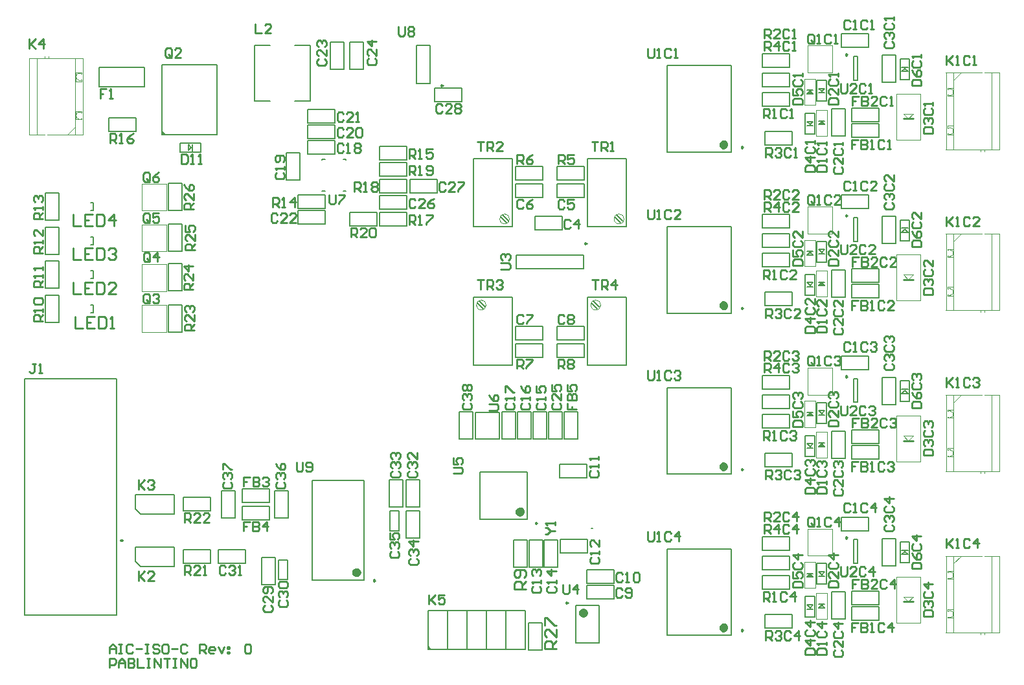
<source format=gto>
G04*
G04 #@! TF.GenerationSoftware,Altium Limited,Altium Designer,20.0.10 (225)*
G04*
G04 Layer_Color=65535*
%FSLAX25Y25*%
%MOIN*%
G70*
G01*
G75*
%ADD10C,0.00400*%
%ADD11C,0.00984*%
%ADD12C,0.02362*%
%ADD13C,0.00787*%
%ADD14C,0.01181*%
%ADD15C,0.00394*%
%ADD16C,0.00600*%
%ADD17C,0.00799*%
%ADD18C,0.00800*%
%ADD19C,0.00500*%
%ADD20C,0.00900*%
%ADD21C,0.01000*%
D10*
X131532Y466813D02*
X130618Y467119D01*
X129677Y466910D01*
X128978Y466247D01*
X128721Y465318D01*
X128978Y464390D01*
X129677Y463726D01*
X130618Y463518D01*
X131532Y463824D01*
X131532Y446813D02*
X130618Y447118D01*
X129677Y446910D01*
X128978Y446247D01*
X128721Y445318D01*
X128978Y444390D01*
X129677Y443726D01*
X130618Y443518D01*
X131532Y443823D01*
X577209Y187187D02*
X578123Y186881D01*
X579063Y187090D01*
X579762Y187753D01*
X580020Y188682D01*
X579762Y189610D01*
X579063Y190274D01*
X578123Y190482D01*
X577209Y190176D01*
X577209Y207187D02*
X578123Y206882D01*
X579063Y207090D01*
X579762Y207753D01*
X580020Y208682D01*
X579762Y209610D01*
X579063Y210274D01*
X578123Y210482D01*
X577209Y210176D01*
X577209Y270087D02*
X578123Y269781D01*
X579063Y269990D01*
X579762Y270653D01*
X580020Y271582D01*
X579762Y272510D01*
X579063Y273174D01*
X578123Y273382D01*
X577209Y273077D01*
X577209Y290087D02*
X578123Y289782D01*
X579063Y289990D01*
X579762Y290653D01*
X580020Y291582D01*
X579762Y292510D01*
X579063Y293174D01*
X578123Y293382D01*
X577209Y293076D01*
X577209Y352987D02*
X578123Y352681D01*
X579063Y352890D01*
X579762Y353553D01*
X580020Y354482D01*
X579762Y355410D01*
X579063Y356074D01*
X578123Y356282D01*
X577209Y355977D01*
X577209Y372987D02*
X578123Y372682D01*
X579063Y372890D01*
X579762Y373553D01*
X580020Y374482D01*
X579762Y375410D01*
X579063Y376074D01*
X578123Y376282D01*
X577209Y375976D01*
X577209Y435887D02*
X578123Y435581D01*
X579063Y435790D01*
X579762Y436453D01*
X580020Y437382D01*
X579762Y438310D01*
X579063Y438974D01*
X578123Y439182D01*
X577209Y438876D01*
X577209Y455887D02*
X578123Y455582D01*
X579063Y455790D01*
X579762Y456453D01*
X580020Y457382D01*
X579762Y458310D01*
X579063Y458974D01*
X578123Y459182D01*
X577209Y458877D01*
X398500Y347849D02*
X398310Y348805D01*
X397768Y349617D01*
X396957Y350159D01*
X396000Y350349D01*
X395043Y350159D01*
X394232Y349617D01*
X393690Y348805D01*
X393500Y347849D01*
X393690Y346892D01*
X394232Y346081D01*
X395043Y345539D01*
X396000Y345349D01*
X396957Y345539D01*
X397768Y346081D01*
X398310Y346892D01*
X398500Y347849D01*
X339600D02*
X339410Y348805D01*
X338868Y349617D01*
X338057Y350159D01*
X337100Y350349D01*
X336143Y350159D01*
X335332Y349617D01*
X334790Y348805D01*
X334600Y347849D01*
X334790Y346892D01*
X335332Y346081D01*
X336143Y345539D01*
X337100Y345349D01*
X338057Y345539D01*
X338868Y346081D01*
X339410Y346892D01*
X339600Y347849D01*
X351600Y392149D02*
X351410Y393106D01*
X350868Y393917D01*
X350057Y394459D01*
X349100Y394649D01*
X348143Y394459D01*
X347332Y393917D01*
X346790Y393106D01*
X346600Y392149D01*
X346790Y391192D01*
X347332Y390381D01*
X348143Y389839D01*
X349100Y389649D01*
X350057Y389839D01*
X350868Y390381D01*
X351410Y391192D01*
X351600Y392149D01*
X410500D02*
X410310Y393106D01*
X409768Y393917D01*
X408957Y394459D01*
X408000Y394649D01*
X407043Y394459D01*
X406232Y393917D01*
X405690Y393106D01*
X405500Y392149D01*
X405690Y391192D01*
X406232Y390381D01*
X407043Y389839D01*
X408000Y389649D01*
X408957Y389839D01*
X409768Y390381D01*
X410310Y391192D01*
X410500Y392149D01*
X109595Y474843D02*
X112594D01*
X114563D02*
X129063D01*
X109595Y435472D02*
X112594D01*
X113842D02*
X128342D01*
X114563Y474843D02*
Y475843D01*
X112594Y474843D02*
X115094D01*
X112594D02*
Y475843D01*
X108658Y435472D02*
Y474843D01*
X128342Y435472D02*
Y474843D01*
X124406Y435472D02*
X128342Y439409D01*
X104720Y435472D02*
X110626D01*
X104720D02*
Y474843D01*
X109221D01*
X128342D02*
X132343D01*
X132280Y435472D02*
Y474843D01*
X128342Y435472D02*
X132343D01*
X128524Y467318D02*
X131524D01*
Y466818D02*
Y467318D01*
X128524Y462818D02*
X131524D01*
Y463818D01*
Y446818D02*
Y447318D01*
X128524D02*
X131524D01*
Y443318D02*
Y443818D01*
X128524Y443318D02*
X131524D01*
X128524D02*
Y447318D01*
Y462818D02*
Y467318D01*
X596146Y179157D02*
X599146D01*
X579677D02*
X594177D01*
X596146Y218528D02*
X599146D01*
X580398D02*
X594898D01*
X594177Y178157D02*
Y179157D01*
X593646D02*
X596146D01*
Y178157D02*
Y179157D01*
X600083D02*
Y218528D01*
X580398Y179157D02*
Y218528D01*
Y214591D02*
X584335Y218528D01*
X598115D02*
X604020D01*
Y179157D02*
Y218528D01*
X599520Y179157D02*
X604020D01*
X576398D02*
X580398D01*
X576461D02*
Y218528D01*
X576398D02*
X580398D01*
X577217Y186682D02*
X580217D01*
X577217D02*
Y187182D01*
Y191182D02*
X580217D01*
X577217Y190182D02*
Y191182D01*
Y206682D02*
Y207182D01*
Y206682D02*
X580217D01*
X577217Y210182D02*
Y210682D01*
X580217D01*
Y206682D02*
Y210682D01*
Y186682D02*
Y191182D01*
X596146Y262057D02*
X599146D01*
X579677D02*
X594177D01*
X596146Y301428D02*
X599146D01*
X580398D02*
X594898D01*
X594177Y261057D02*
Y262057D01*
X593646D02*
X596146D01*
Y261057D02*
Y262057D01*
X600083D02*
Y301428D01*
X580398Y262057D02*
Y301428D01*
Y297491D02*
X584335Y301428D01*
X598115D02*
X604020D01*
Y262057D02*
Y301428D01*
X599520Y262057D02*
X604020D01*
X576398D02*
X580398D01*
X576461D02*
Y301428D01*
X576398D02*
X580398D01*
X577217Y269582D02*
X580217D01*
X577217D02*
Y270082D01*
Y274082D02*
X580217D01*
X577217Y273082D02*
Y274082D01*
Y289582D02*
Y290082D01*
Y289582D02*
X580217D01*
X577217Y293082D02*
Y293582D01*
X580217D01*
Y289582D02*
Y293582D01*
Y269582D02*
Y274082D01*
X596146Y344957D02*
X599146D01*
X579677D02*
X594177D01*
X596146Y384328D02*
X599146D01*
X580398D02*
X594898D01*
X594177Y343957D02*
Y344957D01*
X593646D02*
X596146D01*
Y343957D02*
Y344957D01*
X600083D02*
Y384328D01*
X580398Y344957D02*
Y384328D01*
Y380391D02*
X584335Y384328D01*
X598115D02*
X604020D01*
Y344957D02*
Y384328D01*
X599520Y344957D02*
X604020D01*
X576398D02*
X580398D01*
X576461D02*
Y384328D01*
X576398D02*
X580398D01*
X577217Y352482D02*
X580217D01*
X577217D02*
Y352982D01*
Y356982D02*
X580217D01*
X577217Y355982D02*
Y356982D01*
Y372482D02*
Y372982D01*
Y372482D02*
X580217D01*
X577217Y375982D02*
Y376482D01*
X580217D01*
Y372482D02*
Y376482D01*
Y352482D02*
Y356982D01*
X596146Y427857D02*
X599146D01*
X579677D02*
X594177D01*
X596146Y467228D02*
X599146D01*
X580398D02*
X594898D01*
X594177Y426858D02*
Y427857D01*
X593646D02*
X596146D01*
Y426858D02*
Y427857D01*
X600083D02*
Y467228D01*
X580398Y427857D02*
Y467228D01*
Y463291D02*
X584335Y467228D01*
X598115D02*
X604020D01*
Y427857D02*
Y467228D01*
X599520Y427857D02*
X604020D01*
X576398D02*
X580398D01*
X576461D02*
Y467228D01*
X576398D02*
X580398D01*
X577217Y435382D02*
X580217D01*
X577217D02*
Y435882D01*
Y439882D02*
X580217D01*
X577217Y438882D02*
Y439882D01*
Y455382D02*
Y455882D01*
Y455382D02*
X580217D01*
X577217Y458882D02*
Y459382D01*
X580217D01*
Y455382D02*
Y459382D01*
Y435382D02*
Y439882D01*
X517800Y218640D02*
Y232540D01*
X505100D02*
X517800D01*
X505100Y218640D02*
X517800D01*
X505100D02*
Y232540D01*
X517800Y301540D02*
Y315441D01*
X505100D02*
X517800D01*
X505100Y301540D02*
X517800D01*
X505100D02*
Y315441D01*
X517800Y384440D02*
Y398341D01*
X505100D02*
X517800D01*
X505100Y384440D02*
X517800D01*
X505100D02*
Y398341D01*
X517800Y467341D02*
Y481241D01*
X505100D02*
X517800D01*
X505100Y467341D02*
X517800D01*
X505100D02*
Y481241D01*
X175300Y375300D02*
Y389200D01*
X162600D02*
X175300D01*
X162600Y375300D02*
X175300D01*
X162600D02*
Y389200D01*
X175300Y354800D02*
Y368700D01*
X162600D02*
X175300D01*
X162600Y354800D02*
X175300D01*
X162600D02*
Y368700D01*
X175300Y333800D02*
Y347700D01*
X162600D02*
X175300D01*
X162600Y333800D02*
X175300D01*
X162600D02*
Y347700D01*
X175300Y396300D02*
Y410200D01*
X162600D02*
X175300D01*
X162600Y396300D02*
X175300D01*
X162600D02*
Y410200D01*
X509740Y186100D02*
Y199500D01*
Y186100D02*
X515140D01*
Y199500D01*
X509740D02*
X515140D01*
X509740Y269000D02*
Y282400D01*
Y269000D02*
X515140D01*
Y282400D01*
X509740D02*
X515140D01*
X509740Y365300D02*
X515140D01*
Y351900D02*
Y365300D01*
X509740Y351900D02*
X515140D01*
X509740D02*
Y365300D01*
X503741Y464026D02*
X509140D01*
Y450626D02*
Y464026D01*
X503741Y450626D02*
X509140D01*
X503741D02*
Y464026D01*
X509740Y448200D02*
X515140D01*
Y434800D02*
Y448200D01*
X509740Y434800D02*
X515140D01*
X509740D02*
Y448200D01*
X563141Y432877D02*
Y456499D01*
X550838Y432877D02*
X563141D01*
X550838D02*
Y456499D01*
X563141D01*
X556941Y443621D02*
X559441Y446121D01*
X556941D02*
X559441D01*
X554440D02*
X556941Y443621D01*
X554440Y446121D02*
X556941D01*
X503741Y284826D02*
Y298226D01*
Y284826D02*
X509140D01*
Y298226D01*
X503741D02*
X509140D01*
X503741Y381126D02*
X509140D01*
Y367726D02*
Y381126D01*
X503741Y367726D02*
X509140D01*
X503741D02*
Y381126D01*
X554440Y280321D02*
X556941D01*
X554440D02*
X556941Y277821D01*
Y280321D02*
X559441D01*
X556941Y277821D02*
X559441Y280321D01*
X550838Y290699D02*
X563141D01*
X550838Y267077D02*
Y290699D01*
Y267077D02*
X563141D01*
Y290699D01*
Y349977D02*
Y373599D01*
X550838Y349977D02*
X563141D01*
X550838D02*
Y373599D01*
X563141D01*
X556941Y360721D02*
X559441Y363221D01*
X556941D02*
X559441D01*
X554440D02*
X556941Y360721D01*
X554440Y363221D02*
X556941D01*
X503741Y201926D02*
Y215326D01*
Y201926D02*
X509140D01*
Y215326D01*
X503741D02*
X509140D01*
X554440Y197421D02*
X556941D01*
X554440D02*
X556941Y194921D01*
Y197421D02*
X559441D01*
X556941Y194921D02*
X559441Y197421D01*
X550838Y207799D02*
X563141D01*
X550838Y184177D02*
Y207799D01*
Y184177D02*
X563141D01*
Y207799D01*
D11*
X381762Y194346D02*
X381024Y194773D01*
Y193920D01*
X381762Y194346D01*
X471938Y180216D02*
X471200Y180642D01*
Y179790D01*
X471938Y180216D01*
Y263116D02*
X471200Y263542D01*
Y262690D01*
X471938Y263116D01*
Y346016D02*
X471200Y346442D01*
Y345590D01*
X471938Y346016D01*
X525568Y227927D02*
X524829Y228353D01*
Y227501D01*
X525568Y227927D01*
Y310827D02*
X524829Y311253D01*
Y310401D01*
X525568Y310827D01*
X391439Y379449D02*
X390700Y379875D01*
Y379023D01*
X391439Y379449D01*
X525568Y393727D02*
X524829Y394153D01*
Y393301D01*
X525568Y393727D01*
X282694Y205854D02*
X281956Y206280D01*
Y205427D01*
X282694Y205854D01*
X317441Y460653D02*
X316703Y461080D01*
Y460227D01*
X317441Y460653D01*
X471938Y428916D02*
X471200Y429342D01*
Y428490D01*
X471938Y428916D01*
X365995Y235328D02*
X365256Y235754D01*
Y234902D01*
X365995Y235328D01*
X525568Y476627D02*
X524829Y477053D01*
Y476201D01*
X525568Y476627D01*
X556941Y443621D02*
X559441D01*
X554440D02*
X556941D01*
X554440Y277821D02*
X556941D01*
X559441D01*
X556941Y360721D02*
X559441D01*
X554440D02*
X556941D01*
X554440Y194921D02*
X556941D01*
X559441D01*
D12*
X390916Y189209D02*
X390471Y190132D01*
X389472Y190360D01*
X388670Y189721D01*
Y188696D01*
X389472Y188057D01*
X390471Y188285D01*
X390916Y189209D01*
X463080Y181633D02*
X462635Y182557D01*
X461636Y182785D01*
X460834Y182146D01*
Y181121D01*
X461636Y180482D01*
X462635Y180710D01*
X463080Y181633D01*
Y264533D02*
X462635Y265457D01*
X461636Y265685D01*
X460834Y265046D01*
Y264021D01*
X461636Y263382D01*
X462635Y263610D01*
X463080Y264533D01*
Y347433D02*
X462635Y348357D01*
X461636Y348585D01*
X460834Y347946D01*
Y346921D01*
X461636Y346282D01*
X462635Y346510D01*
X463080Y347433D01*
X274131Y210047D02*
X273686Y210970D01*
X272687Y211198D01*
X271885Y210559D01*
Y209534D01*
X272687Y208895D01*
X273686Y209123D01*
X274131Y210047D01*
X463080Y430333D02*
X462635Y431257D01*
X461636Y431485D01*
X460834Y430846D01*
Y429821D01*
X461636Y429182D01*
X462635Y429410D01*
X463080Y430333D01*
X358317Y241332D02*
X357873Y242256D01*
X356873Y242484D01*
X356072Y241845D01*
Y240820D01*
X356873Y240181D01*
X357873Y240409D01*
X358317Y241332D01*
D13*
X394711Y232664D02*
X393924D01*
X394711D01*
X136409Y343731D02*
X137591D01*
X136409Y347669D02*
X137591D01*
Y343731D02*
Y347669D01*
X136409Y361332D02*
X137591D01*
X136409Y365268D02*
X137591D01*
Y361332D02*
Y365268D01*
X136409Y396332D02*
X137591D01*
X136409Y400269D02*
X137591D01*
Y396332D02*
Y400269D01*
X136409Y378832D02*
X137591D01*
X136409Y382769D02*
X137591D01*
Y378832D02*
Y382769D01*
X385798Y173854D02*
Y193146D01*
X398002Y173854D02*
Y193146D01*
X385798D02*
X398002D01*
X385798Y173854D02*
X398002D01*
X510891Y193700D02*
X514041Y193700D01*
X510866Y191856D02*
X512440Y193431D01*
X510866Y191856D02*
X514015Y191856D01*
X512440Y193431D02*
X514015Y191856D01*
X511653Y192643D02*
X513228D01*
X465835Y177697D02*
Y222185D01*
X432765Y177697D02*
Y222185D01*
Y177697D02*
X465835D01*
X432765Y222185D02*
X465835D01*
X510891Y276600D02*
X514041Y276600D01*
X510866Y274756D02*
X512440Y276331D01*
X510866Y274756D02*
X514015Y274756D01*
X512440Y276331D02*
X514015Y274756D01*
X511653Y275543D02*
X513228D01*
X465835Y260596D02*
Y305085D01*
X432765Y260596D02*
Y305085D01*
Y260596D02*
X465835D01*
X432765Y305085D02*
X465835D01*
X511653Y358443D02*
X513228D01*
X512440Y359231D02*
X514015Y357656D01*
X510866Y357656D02*
X514015Y357656D01*
X510866Y357656D02*
X512440Y359231D01*
X510891Y359500D02*
X514041Y359500D01*
X465835Y343496D02*
Y387985D01*
X432765Y343496D02*
Y387985D01*
Y343496D02*
X465835D01*
X432765Y387985D02*
X465835D01*
X505653Y457169D02*
X507228D01*
X506440Y457957D02*
X508015Y456382D01*
X504866Y456382D02*
X508015Y456382D01*
X504866Y456382D02*
X506440Y457957D01*
X504891Y458226D02*
X508041Y458226D01*
X511653Y441343D02*
X513228D01*
X512440Y442131D02*
X514015Y440556D01*
X510866Y440556D02*
X514015Y440556D01*
X510866Y440556D02*
X512440Y442131D01*
X510891Y442400D02*
X514041Y442400D01*
X220630Y452630D02*
Y481370D01*
X249370Y452630D02*
Y481370D01*
X220630Y452630D02*
X228701D01*
X220630Y481370D02*
X228701D01*
X241299Y452630D02*
X249370D01*
X241299Y481370D02*
X249370D01*
X504891Y292426D02*
X508041Y292426D01*
X504866Y290582D02*
X506440Y292157D01*
X504866Y290582D02*
X508015Y290582D01*
X506440Y292157D02*
X508015Y290582D01*
X505653Y291369D02*
X507228D01*
X505653Y374269D02*
X507228D01*
X506440Y375057D02*
X508015Y373482D01*
X504866Y373482D02*
X508015Y373482D01*
X504866Y373482D02*
X506440Y375057D01*
X504891Y375326D02*
X508041Y375326D01*
X528816Y226943D02*
X530784D01*
X528816Y214738D02*
X530784D01*
X528816D02*
Y226943D01*
X530784Y214738D02*
Y226943D01*
X528816Y309843D02*
X530784D01*
X528816Y297638D02*
X530784D01*
X528816D02*
Y309843D01*
X530784Y297638D02*
Y309843D01*
X504891Y209526D02*
X508041Y209526D01*
X504866Y207682D02*
X506440Y209257D01*
X504866Y207682D02*
X508015Y207682D01*
X506440Y209257D02*
X508015Y207682D01*
X505653Y208469D02*
X507228D01*
X355277Y366457D02*
Y373543D01*
X389923Y366457D02*
Y373543D01*
X355277Y366457D02*
X389923D01*
X355277Y373543D02*
X389923D01*
X530784Y380538D02*
Y392743D01*
X528816Y380538D02*
Y392743D01*
Y380538D02*
X530784D01*
X528816Y392743D02*
X530784D01*
X255398Y422571D02*
X256776D01*
X266224D02*
X267602D01*
X255398Y406429D02*
X256776D01*
X266224D02*
X267602D01*
X255398Y422472D02*
Y422571D01*
Y406429D02*
Y406528D01*
X267602Y422472D02*
Y422571D01*
Y406429D02*
Y406528D01*
X276887Y206109D02*
Y257291D01*
X250115Y206109D02*
Y257291D01*
Y206109D02*
X276887D01*
X250115Y257291D02*
X276887D01*
X311043Y461657D02*
Y481343D01*
X303957Y461657D02*
Y481343D01*
Y461657D02*
X311043D01*
X303957Y481343D02*
X311043D01*
X465835Y426397D02*
Y470885D01*
X432765Y426397D02*
Y470885D01*
Y426397D02*
X465835D01*
X432765Y470885D02*
X465835D01*
X361073Y237395D02*
Y261805D01*
X336664Y237395D02*
Y261805D01*
Y237395D02*
X361073D01*
X336664Y261805D02*
X361073D01*
X530784Y463438D02*
Y475643D01*
X528816Y463438D02*
Y475643D01*
Y463438D02*
X530784D01*
X528816Y475643D02*
X530784D01*
D14*
X152686Y226515D02*
X151898D01*
X152686D01*
D15*
X269374Y406429D02*
D03*
D16*
X552938Y474409D02*
X557662D01*
Y463779D02*
Y474409D01*
X552938Y463779D02*
X557662D01*
X552938D02*
Y474409D01*
X555300Y469491D02*
X556875Y467916D01*
X553725Y467916D02*
X556875Y467916D01*
X553725Y467916D02*
X555300Y469491D01*
X553750Y470154D02*
X556900D01*
X392000Y334349D02*
Y351849D01*
X402000D01*
X412000Y334349D02*
Y351849D01*
X402000D02*
X412000D01*
Y316849D02*
Y334349D01*
X402000Y316849D02*
X412000D01*
Y334349D01*
X402000Y316849D02*
X412000D01*
X392000D02*
Y334349D01*
Y316849D02*
X402000D01*
X394000Y348849D02*
X397000Y345849D01*
X395000Y349849D02*
X398000Y346849D01*
X333100Y334349D02*
Y351849D01*
X343100D01*
X353100Y334349D02*
Y351849D01*
X343100D02*
X353100D01*
Y316849D02*
Y334349D01*
X343100Y316849D02*
X353100D01*
Y334349D01*
X343100Y316849D02*
X353100D01*
X333100D02*
Y334349D01*
Y316849D02*
X343100D01*
X335100Y348849D02*
X338100Y345849D01*
X336100Y349849D02*
X339100Y346849D01*
X353100Y388149D02*
Y405649D01*
X343100Y388149D02*
X353100D01*
X333100D02*
Y405649D01*
Y388149D02*
X343100D01*
X333100Y405649D02*
Y423149D01*
X343100D01*
X333100Y405649D02*
Y423149D01*
X343100D01*
X353100Y405649D02*
Y423149D01*
X343100D02*
X353100D01*
X348100Y394149D02*
X351100Y391149D01*
X347100Y393149D02*
X350100Y390149D01*
X412000Y388149D02*
Y405649D01*
X402000Y388149D02*
X412000D01*
X392000D02*
Y405649D01*
Y388149D02*
X402000D01*
X392000Y405649D02*
Y423149D01*
X402000D01*
X392000Y405649D02*
Y423149D01*
X402000D01*
X412000Y405649D02*
Y423149D01*
X402000D02*
X412000D01*
X407000Y394149D02*
X410000Y391149D01*
X406000Y393149D02*
X409000Y390149D01*
X504078Y186939D02*
X508803D01*
X504078D02*
Y197569D01*
X508803D01*
Y186939D02*
Y197569D01*
X504866Y193431D02*
X506440Y191857D01*
X504866Y193431D02*
X508015Y193431D01*
X506440Y191857D02*
X508015Y193431D01*
X504841Y191194D02*
X507990D01*
X504078Y269839D02*
X508803D01*
X504078D02*
Y280469D01*
X508803D01*
Y269839D02*
Y280469D01*
X504866Y276331D02*
X506440Y274757D01*
X504866Y276331D02*
X508015Y276331D01*
X506440Y274757D02*
X508015Y276331D01*
X504841Y274094D02*
X507990D01*
X504841Y356994D02*
X507990D01*
X506440Y357657D02*
X508015Y359231D01*
X504866Y359231D02*
X508015Y359231D01*
X504866Y359231D02*
X506440Y357657D01*
X508803Y352739D02*
Y363369D01*
X504078D02*
X508803D01*
X504078Y352739D02*
Y363369D01*
Y352739D02*
X508803D01*
X510841Y456894D02*
X513990D01*
X512440Y457557D02*
X514015Y459131D01*
X510866Y459131D02*
X514015Y459131D01*
X510866Y459131D02*
X512440Y457557D01*
X514803Y452639D02*
Y463269D01*
X510078D02*
X514803D01*
X510078Y452639D02*
Y463269D01*
Y452639D02*
X514803D01*
X504841Y439894D02*
X507990D01*
X506440Y440557D02*
X508015Y442132D01*
X504866Y442132D02*
X508015Y442132D01*
X504866Y442132D02*
X506440Y440557D01*
X508803Y435639D02*
Y446269D01*
X504078D02*
X508803D01*
X504078Y435639D02*
Y446269D01*
Y435639D02*
X508803D01*
X192968Y426438D02*
Y431162D01*
X182339Y426438D02*
X192968D01*
X182339D02*
Y431162D01*
X192968D01*
X186476Y427225D02*
X188050Y428800D01*
X186476Y427225D02*
X186476Y430375D01*
X188050Y428800D01*
X188713Y427200D02*
Y430350D01*
X510078Y286839D02*
X514803D01*
X510078D02*
Y297468D01*
X514803D01*
Y286839D02*
Y297468D01*
X510866Y293332D02*
X512440Y291757D01*
X510866Y293332D02*
X514015Y293332D01*
X512440Y291757D02*
X514015Y293332D01*
X510841Y291094D02*
X513990D01*
X510841Y373994D02*
X513990D01*
X512440Y374657D02*
X514015Y376232D01*
X510866Y376232D02*
X514015Y376232D01*
X510866Y376232D02*
X512440Y374657D01*
X514803Y369739D02*
Y380368D01*
X510078D02*
X514803D01*
X510078Y369739D02*
Y380368D01*
Y369739D02*
X514803D01*
X553750Y387254D02*
X556900D01*
X553725Y385016D02*
X555300Y386591D01*
X553725Y385016D02*
X556875Y385016D01*
X555300Y386591D02*
X556875Y385016D01*
X552938Y380879D02*
Y391509D01*
Y380879D02*
X557662D01*
Y391509D01*
X552938D02*
X557662D01*
X552938Y225709D02*
X557662D01*
Y215079D02*
Y225709D01*
X552938Y215079D02*
X557662D01*
X552938D02*
Y225709D01*
X555300Y220791D02*
X556875Y219216D01*
X553725Y219216D02*
X556875Y219216D01*
X553725Y219216D02*
X555300Y220791D01*
X553750Y221454D02*
X556900D01*
X552938Y308609D02*
X557662D01*
Y297979D02*
Y308609D01*
X552938Y297979D02*
X557662D01*
X552938D02*
Y308609D01*
X555300Y303691D02*
X556875Y302116D01*
X553725Y302116D02*
X556875Y302116D01*
X553725Y302116D02*
X555300Y303691D01*
X553750Y304354D02*
X556900D01*
X510078Y203939D02*
X514803D01*
X510078D02*
Y214568D01*
X514803D01*
Y203939D02*
Y214568D01*
X510866Y210432D02*
X512440Y208857D01*
X510866Y210432D02*
X514015Y210432D01*
X512440Y208857D02*
X514015Y210432D01*
X510841Y208194D02*
X513990D01*
D17*
X309800Y170400D02*
X310550Y171150D01*
X309800Y170400D02*
Y171900D01*
X311300Y170400D01*
X312100D01*
D18*
X309800Y190400D02*
X309800Y180400D01*
X309800Y190400D02*
X359800Y190400D01*
X339800Y180400D02*
Y190400D01*
X349800Y180400D02*
Y190400D01*
Y180400D02*
Y190400D01*
X359800Y180400D02*
Y190400D01*
Y180400D02*
Y190400D01*
X329800Y180400D02*
Y190400D01*
X319800Y180400D02*
Y190400D01*
X319800Y170400D02*
Y180400D01*
X329800Y170400D02*
Y180400D01*
X359800Y170400D02*
Y180400D01*
Y170400D02*
Y180400D01*
X349800Y170400D02*
Y180400D01*
Y170400D02*
Y180400D01*
X309800Y170400D02*
X359800Y170400D01*
X339800Y170400D02*
Y180400D01*
X309800Y180400D02*
X309800Y171350D01*
X161800Y240200D02*
X179300Y240200D01*
Y250200D01*
X159300Y250200D02*
X179300Y250200D01*
X159300Y250200D02*
X159300Y242700D01*
X161800Y240200D01*
Y213200D02*
X179300Y213200D01*
Y223200D01*
X159300Y223200D02*
X179300Y223200D01*
X159300Y223200D02*
X159300Y215700D01*
X161800Y213200D01*
D19*
X335467Y278812D02*
X335567D01*
X334167Y280212D02*
Y280412D01*
Y278812D02*
Y280312D01*
Y278812D02*
X335167D01*
X334167Y292500D02*
X346667D01*
X334167Y278812D02*
Y292500D01*
Y278812D02*
X346667D01*
Y292500D01*
X354068Y212700D02*
Y226700D01*
X361069D02*
X361069Y212700D01*
X354068Y226700D02*
X361069D01*
X354068Y212700D02*
X361069Y212700D01*
X361700Y169900D02*
Y183900D01*
X368700D02*
X368700Y169900D01*
X361700Y183900D02*
X368700D01*
X361700Y169900D02*
X368700Y169900D01*
X391568Y204400D02*
X405569D01*
X391568Y211400D02*
X405569Y211400D01*
X391568Y204400D02*
Y211400D01*
X405569Y204400D02*
X405569Y211400D01*
X517441Y185900D02*
X524440Y185900D01*
X517441Y199900D02*
X524440D01*
X524440Y185900D01*
X517441Y185900D02*
Y199900D01*
Y268800D02*
X524440Y268800D01*
X517441Y282800D02*
X524440D01*
X524440Y268800D01*
X517441Y268800D02*
Y282800D01*
Y351700D02*
Y365700D01*
X524440D02*
X524440Y351700D01*
X517441Y365700D02*
X524440D01*
X517441Y351700D02*
X524440Y351700D01*
X483300Y437141D02*
X497300D01*
X483300Y430140D02*
X497300Y430140D01*
Y437141D01*
X483300Y430140D02*
X483300Y437141D01*
X481941Y377240D02*
X495940D01*
X481941Y384241D02*
X495940Y384241D01*
X481941Y377240D02*
Y384241D01*
X495940Y377240D02*
X495940Y384241D01*
X224300Y203700D02*
Y217700D01*
X231300D02*
X231300Y203700D01*
X224300Y217700D02*
X231300D01*
X224300Y203700D02*
X231300Y203700D01*
X237600Y206400D02*
Y216500D01*
X233000Y206400D02*
Y216500D01*
Y206400D02*
X237600D01*
X233000Y216500D02*
X237600D01*
X300500Y412500D02*
X314500D01*
X300500Y405500D02*
X314500Y405500D01*
Y412500D01*
X300500Y405500D02*
X300500Y412500D01*
X149643Y188035D02*
Y309688D01*
X102398Y188035D02*
X149643D01*
X102398D02*
Y309688D01*
X149643D01*
X237800Y238200D02*
Y252200D01*
X230800Y252200D02*
X230800Y238200D01*
X237800D01*
X230800Y252200D02*
X237800Y252200D01*
X210500Y238200D02*
Y252200D01*
X203500Y252200D02*
X203500Y238200D01*
X210500D01*
X203500Y252200D02*
X210500Y252200D01*
X290000Y243800D02*
Y257800D01*
X297000D02*
X297000Y243800D01*
X290000Y257800D02*
X297000D01*
X290000Y243800D02*
X297000Y243800D01*
X379969Y278800D02*
Y292800D01*
X386968D02*
X386968Y278800D01*
X379969Y292800D02*
X386968D01*
X379969Y278800D02*
X386968Y278800D01*
X294800Y231500D02*
Y241600D01*
X290200Y231500D02*
Y241600D01*
Y231500D02*
X294800D01*
X290200Y241600D02*
X294800D01*
X298500Y227800D02*
Y241800D01*
X305500D02*
X305500Y227800D01*
X298500Y241800D02*
X305500D01*
X298500Y227800D02*
X305500Y227800D01*
X285000Y397000D02*
X299000D01*
X285000Y404000D02*
X299000Y404000D01*
X285000Y397000D02*
Y404000D01*
X299000Y397000D02*
X299000Y404000D01*
X259500Y483000D02*
X266500Y483000D01*
X259500Y469000D02*
X266500D01*
X259500Y483000D02*
X259500Y469000D01*
X266500D02*
Y483000D01*
X243000Y389500D02*
X257000D01*
X243000Y396500D02*
X257000Y396500D01*
X243000Y389500D02*
Y396500D01*
X257000Y389500D02*
X257000Y396500D01*
X201800Y221700D02*
X215800D01*
X201800Y214700D02*
X215800Y214700D01*
Y221700D01*
X201800Y214700D02*
X201800Y221700D01*
X325969Y278800D02*
X332968Y278800D01*
X325969Y292800D02*
X332968D01*
X332968Y278800D01*
X325969Y278800D02*
Y292800D01*
X173500Y435500D02*
X173600D01*
X172900Y436100D02*
X173500Y435500D01*
X172900Y436100D02*
Y436600D01*
X174000Y435500D01*
X174100D01*
X174500D01*
X172900Y437100D02*
X174500Y435500D01*
X187100Y435300D02*
Y435400D01*
X172900D02*
X187100D01*
X172900Y471400D02*
X187200D01*
X172900Y435400D02*
Y471400D01*
X187100Y435300D02*
Y435400D01*
X201300D01*
X187000Y471400D02*
X201300D01*
Y435400D02*
Y471400D01*
X140500Y460000D02*
Y470000D01*
Y460000D02*
X164000D01*
Y470000D01*
X140500D02*
X164000D01*
X269500Y483000D02*
X276500Y483000D01*
X269500Y469000D02*
X276500D01*
X269500Y483000D02*
X269500Y469000D01*
X276500D02*
Y483000D01*
X327400Y452400D02*
X327400Y459400D01*
X313400Y452400D02*
Y459400D01*
X327400Y459400D01*
X313400Y452400D02*
X327400D01*
X527841Y449200D02*
X541841D01*
X527841Y442200D02*
X541841Y442200D01*
Y449200D01*
X527841Y442200D02*
X527841Y449200D01*
Y441200D02*
X541841D01*
X527841Y434200D02*
X541841Y434200D01*
Y441200D01*
X527841Y434200D02*
X527841Y441200D01*
X371969Y278800D02*
X378969Y278800D01*
X371969Y292800D02*
X378969D01*
X378969Y278800D01*
X371969Y278800D02*
Y292800D01*
X298500Y243800D02*
Y257800D01*
X305500D02*
X305500Y243800D01*
X298500Y257800D02*
X305500D01*
X298500Y243800D02*
X305500Y243800D01*
X214300Y237200D02*
X214300Y244200D01*
X228300Y237200D02*
Y244200D01*
X214300Y237200D02*
X228300Y237200D01*
X214300Y244200D02*
X228300D01*
X214300Y246200D02*
X214300Y253200D01*
X228300Y246200D02*
Y253200D01*
X214300Y246200D02*
X228300Y246200D01*
X214300Y253200D02*
X228300D01*
X527841Y366300D02*
X541841D01*
X527841Y359300D02*
X541841Y359300D01*
Y366300D01*
X527841Y359300D02*
X527841Y366300D01*
X495940Y284341D02*
X495940Y291340D01*
X481941Y284341D02*
Y291340D01*
X495940Y291340D01*
X481941Y284341D02*
X495940D01*
X550500Y379341D02*
Y393340D01*
X543500Y393340D02*
X543500Y379341D01*
X550500D01*
X543500Y393340D02*
X550500Y393340D01*
X527841Y193500D02*
X527841Y200500D01*
X541841Y193500D02*
Y200500D01*
X527841Y193500D02*
X541841Y193500D01*
X527841Y200500D02*
X541841D01*
X527841Y185500D02*
X527841Y192500D01*
X541841Y185500D02*
Y192500D01*
X527841Y185500D02*
X541841Y185500D01*
X527841Y192500D02*
X541841D01*
X495940Y304341D02*
X495940Y311340D01*
X481941Y304341D02*
Y311340D01*
X495940Y311340D01*
X481941Y304341D02*
X495940D01*
Y221441D02*
X495940Y228440D01*
X481941Y221441D02*
Y228440D01*
X495940Y228440D01*
X481941Y221441D02*
X495940D01*
X527841Y276400D02*
X527841Y283400D01*
X541841Y276400D02*
Y283400D01*
X527841Y276400D02*
X541841Y276400D01*
X527841Y283400D02*
X541841D01*
X495940Y294340D02*
X495940Y301341D01*
X481941Y294340D02*
Y301341D01*
X495940Y301341D01*
X481941Y294340D02*
X495940D01*
X527841Y268400D02*
X527841Y275400D01*
X541841Y268400D02*
Y275400D01*
X527841Y268400D02*
X541841Y268400D01*
X527841Y275400D02*
X541841D01*
X543500Y310440D02*
X550500Y310440D01*
X543500Y296441D02*
X550500D01*
X543500Y310440D02*
X543500Y296441D01*
X550500D02*
Y310440D01*
X522700Y314440D02*
X522700Y321441D01*
X536700Y314440D02*
Y321441D01*
X522700Y314440D02*
X536700Y314440D01*
X522700Y321441D02*
X536700D01*
X527841Y358300D02*
X541841D01*
X527841Y351300D02*
X541841Y351300D01*
Y358300D01*
X527841Y351300D02*
X527841Y358300D01*
X495940Y201441D02*
X495940Y208440D01*
X481941Y201441D02*
Y208440D01*
X495940Y208440D01*
X481941Y201441D02*
X495940D01*
X522700Y404341D02*
X536700D01*
X522700Y397340D02*
X536700Y397340D01*
Y404341D01*
X522700Y397340D02*
X522700Y404341D01*
X495940Y211440D02*
X495940Y218441D01*
X481941Y211440D02*
Y218441D01*
X495940Y218441D01*
X481941Y211440D02*
X495940D01*
X483300Y264340D02*
X483300Y271340D01*
X497300Y264340D02*
Y271340D01*
X483300Y264340D02*
X497300Y264340D01*
X483300Y271340D02*
X497300D01*
X483300Y181440D02*
X483300Y188441D01*
X497300Y181440D02*
Y188441D01*
X483300Y181440D02*
X497300Y181440D01*
X483300Y188441D02*
X497300D01*
X522700Y487241D02*
X536700D01*
X522700Y480240D02*
X536700Y480240D01*
Y487241D01*
X522700Y480240D02*
X522700Y487241D01*
X347969Y278800D02*
X354969Y278800D01*
X347969Y292800D02*
X354969D01*
X354969Y278800D01*
X347969Y278800D02*
Y292800D01*
X363968Y278800D02*
X370969Y278800D01*
X363968Y292800D02*
X370969D01*
X370969Y278800D01*
X363968Y278800D02*
Y292800D01*
X392093Y220200D02*
X392093Y227200D01*
X378093Y220200D02*
Y227200D01*
X392093Y227200D01*
X378093Y220200D02*
X392093D01*
X517441Y434600D02*
Y448600D01*
X524440D02*
X524440Y434600D01*
X517441Y448600D02*
X524440D01*
X517441Y434600D02*
X524440Y434600D01*
X355968Y278800D02*
X362968Y278800D01*
X355968Y292800D02*
X362968D01*
X362968Y278800D01*
X355968Y278800D02*
Y292800D01*
X550500Y462241D02*
Y476240D01*
X543500Y476240D02*
X543500Y462241D01*
X550500D01*
X543500Y476240D02*
X550500Y476240D01*
X377668Y258600D02*
X377668Y265600D01*
X391669Y258600D02*
Y265600D01*
X377668Y258600D02*
X391669Y258600D01*
X377668Y265600D02*
X391669D01*
X405469Y196500D02*
X405469Y203500D01*
X391469Y196500D02*
Y203500D01*
X405469Y203500D01*
X391469Y196500D02*
X405469D01*
X248000Y448500D02*
X262000D01*
X248000Y441500D02*
X262000Y441500D01*
Y448500D01*
X248000Y441500D02*
X248000Y448500D01*
X361769Y226700D02*
X368769Y226700D01*
X361769Y212700D02*
X368769D01*
X361769Y226700D02*
X361769Y212700D01*
X368769D02*
Y226700D01*
X248000Y432500D02*
X262000D01*
X248000Y425500D02*
X262000Y425500D01*
Y432500D01*
X248000Y425500D02*
X248000Y432500D01*
X369468Y226700D02*
X376468Y226700D01*
X369468Y212700D02*
X376468D01*
X369468Y226700D02*
X369468Y212700D01*
X376468D02*
Y226700D01*
X237000Y412000D02*
X244000Y412000D01*
X237000Y426000D02*
X244000D01*
X244000Y412000D01*
X237000Y412000D02*
Y426000D01*
X248000Y440500D02*
X262000D01*
X248000Y433500D02*
X262000Y433500D01*
Y440500D01*
X248000Y433500D02*
X248000Y440500D01*
X369000Y403149D02*
X369000Y410149D01*
X355000Y403149D02*
Y410149D01*
X369000Y410149D01*
X355000Y403149D02*
X369000D01*
Y320849D02*
X369000Y327849D01*
X355000Y320849D02*
Y327849D01*
X369000Y327849D01*
X355000Y320849D02*
X369000D01*
Y329849D02*
X369000Y336849D01*
X355000Y329849D02*
Y336849D01*
X369000Y336849D01*
X355000Y329849D02*
X369000D01*
X522700Y231540D02*
X522700Y238541D01*
X536700Y231540D02*
Y238541D01*
X522700Y231540D02*
X536700Y231540D01*
X522700Y238541D02*
X536700D01*
X376100Y403149D02*
X376100Y410149D01*
X390100Y403149D02*
Y410149D01*
X376100Y403149D02*
X390100Y403149D01*
X376100Y410149D02*
X390100D01*
X376100Y320849D02*
X376100Y327849D01*
X390100Y320849D02*
Y327849D01*
X376100Y320849D02*
X390100Y320849D01*
X376100Y327849D02*
X390100D01*
X364800Y386249D02*
X364800Y393249D01*
X378800Y386249D02*
Y393249D01*
X364800Y386249D02*
X378800Y386249D01*
X364800Y393249D02*
X378800D01*
X543500Y227540D02*
X550500Y227540D01*
X543500Y213541D02*
X550500D01*
X543500Y227540D02*
X543500Y213541D01*
X550500D02*
Y227540D01*
X376100Y329849D02*
X376100Y336849D01*
X390100Y329849D02*
Y336849D01*
X376100Y329849D02*
X390100Y329849D01*
X376100Y336849D02*
X390100D01*
X257000Y397500D02*
X257000Y404500D01*
X243000Y397500D02*
Y404500D01*
X257000Y404500D01*
X243000Y397500D02*
X257000D01*
X481941Y470141D02*
X495940D01*
X481941Y477141D02*
X495940Y477141D01*
X481941Y470141D02*
Y477141D01*
X495940Y470141D02*
X495940Y477141D01*
X481941Y450140D02*
X495940D01*
X481941Y457140D02*
X495940Y457140D01*
X481941Y450140D02*
Y457140D01*
X495940Y450140D02*
X495940Y457140D01*
X483300Y354240D02*
X497300D01*
X483300Y347240D02*
X497300Y347240D01*
Y354240D01*
X483300Y347240D02*
X483300Y354240D01*
X481941Y387241D02*
X495940D01*
X481941Y394240D02*
X495940Y394240D01*
X481941Y387241D02*
Y394240D01*
X495940Y387241D02*
X495940Y394240D01*
X481941Y367241D02*
X495940D01*
X481941Y374240D02*
X495940Y374240D01*
X481941Y367241D02*
Y374240D01*
X495940Y367241D02*
X495940Y374240D01*
X176200Y410300D02*
X183200Y410300D01*
X176200Y396300D02*
X183200D01*
X176200Y410300D02*
X176200Y396300D01*
X183200D02*
Y410300D01*
X176200Y389300D02*
X183200Y389300D01*
X176200Y375300D02*
X183200D01*
X176200Y389300D02*
X176200Y375300D01*
X183200D02*
Y389300D01*
X176200Y368900D02*
X183200Y368900D01*
X176200Y354900D02*
X183200D01*
X176200Y368900D02*
X176200Y354900D01*
X183200D02*
Y368900D01*
X176200Y347800D02*
X183200Y347800D01*
X176200Y333800D02*
X183200D01*
X176200Y347800D02*
X176200Y333800D01*
X183200D02*
Y347800D01*
X183800Y241700D02*
X183800Y248700D01*
X197800Y241700D02*
Y248700D01*
X183800Y241700D02*
X197800Y241700D01*
X183800Y248700D02*
X197800D01*
X183800Y221700D02*
X197800D01*
X183800Y214700D02*
X197800Y214700D01*
Y221700D01*
X183800Y214700D02*
X183800Y221700D01*
X269500Y388500D02*
X283500D01*
X269500Y395500D02*
X283500Y395500D01*
X269500Y388500D02*
Y395500D01*
X283500Y388500D02*
X283500Y395500D01*
X285000Y421000D02*
X299000D01*
X285000Y414000D02*
X299000Y414000D01*
Y421000D01*
X285000Y414000D02*
X285000Y421000D01*
Y412500D02*
X299000D01*
X285000Y405500D02*
X299000Y405500D01*
Y412500D01*
X285000Y405500D02*
X285000Y412500D01*
X285000Y388500D02*
X299000D01*
X285000Y395500D02*
X299000Y395500D01*
X285000Y388500D02*
Y395500D01*
X299000Y388500D02*
X299000Y395500D01*
X145500Y437000D02*
X145500Y444000D01*
X159500Y437000D02*
Y444000D01*
X145500Y437000D02*
X159500Y437000D01*
X145500Y444000D02*
X159500D01*
X285000Y429500D02*
X299000D01*
X285000Y422500D02*
X299000Y422500D01*
Y429500D01*
X285000Y422500D02*
X285000Y429500D01*
X112800Y405300D02*
X119800Y405300D01*
X112800Y391300D02*
X119800D01*
X112800Y405300D02*
X112800Y391300D01*
X119800D02*
Y405300D01*
X369000Y412149D02*
X369000Y419149D01*
X355000Y412149D02*
Y419149D01*
X369000Y419149D01*
X355000Y412149D02*
X369000D01*
X376100Y412149D02*
X376100Y419149D01*
X390100Y412149D02*
Y419149D01*
X376100Y412149D02*
X390100Y412149D01*
X376100Y419149D02*
X390100D01*
X481941Y460141D02*
X495940D01*
X481941Y467140D02*
X495940Y467140D01*
X481941Y460141D02*
Y467140D01*
X495940Y460141D02*
X495940Y467140D01*
X112800Y387800D02*
X119800Y387800D01*
X112800Y373800D02*
X119800D01*
X112800Y387800D02*
X112800Y373800D01*
X119800D02*
Y387800D01*
X112800Y370300D02*
X119800Y370300D01*
X112800Y356300D02*
X119800D01*
X112800Y370300D02*
X112800Y356300D01*
X119800D02*
Y370300D01*
X112800Y352700D02*
X119800Y352700D01*
X112800Y338700D02*
X119800D01*
X112800Y352700D02*
X112800Y338700D01*
X119800D02*
Y352700D01*
D20*
X145900Y168400D02*
Y171599D01*
X147500Y173198D01*
X149099Y171599D01*
Y168400D01*
Y170799D01*
X145900D01*
X150698Y173198D02*
X152298D01*
X151498D01*
Y168400D01*
X150698D01*
X152298D01*
X157896Y172399D02*
X157096Y173198D01*
X155497D01*
X154697Y172399D01*
Y169200D01*
X155497Y168400D01*
X157096D01*
X157896Y169200D01*
X159496Y170799D02*
X162695D01*
X164294Y173198D02*
X165893D01*
X165094D01*
Y168400D01*
X164294D01*
X165893D01*
X171492Y172399D02*
X170692Y173198D01*
X169093D01*
X168293Y172399D01*
Y171599D01*
X169093Y170799D01*
X170692D01*
X171492Y170000D01*
Y169200D01*
X170692Y168400D01*
X169093D01*
X168293Y169200D01*
X175490Y173198D02*
X173891D01*
X173091Y172399D01*
Y169200D01*
X173891Y168400D01*
X175490D01*
X176290Y169200D01*
Y172399D01*
X175490Y173198D01*
X177890Y170799D02*
X181089D01*
X185887Y172399D02*
X185087Y173198D01*
X183488D01*
X182688Y172399D01*
Y169200D01*
X183488Y168400D01*
X185087D01*
X185887Y169200D01*
X192285Y168400D02*
Y173198D01*
X194684D01*
X195484Y172399D01*
Y170799D01*
X194684Y170000D01*
X192285D01*
X193885D02*
X195484Y168400D01*
X199483D02*
X197883D01*
X197083Y169200D01*
Y170799D01*
X197883Y171599D01*
X199483D01*
X200282Y170799D01*
Y170000D01*
X197083D01*
X201882Y171599D02*
X203481Y168400D01*
X205081Y171599D01*
X206680D02*
X207480D01*
Y170799D01*
X206680D01*
Y171599D01*
Y169200D02*
X207480D01*
Y168400D01*
X206680D01*
Y169200D01*
X215477Y172399D02*
X216277Y173198D01*
X217877D01*
X218676Y172399D01*
Y169200D01*
X217877Y168400D01*
X216277D01*
X215477Y169200D01*
Y172399D01*
X145900Y160900D02*
Y165699D01*
X148299D01*
X149099Y164899D01*
Y163299D01*
X148299Y162499D01*
X145900D01*
X150698Y160900D02*
Y164099D01*
X152298Y165699D01*
X153897Y164099D01*
Y160900D01*
Y163299D01*
X150698D01*
X155497Y165699D02*
Y160900D01*
X157896D01*
X158696Y161700D01*
Y162499D01*
X157896Y163299D01*
X155497D01*
X157896D01*
X158696Y164099D01*
Y164899D01*
X157896Y165699D01*
X155497D01*
X160295D02*
Y160900D01*
X163494D01*
X165094Y165699D02*
X166693D01*
X165893D01*
Y160900D01*
X165094D01*
X166693D01*
X169093D02*
Y165699D01*
X172292Y160900D01*
Y165699D01*
X173891D02*
X177090D01*
X175490D01*
Y160900D01*
X178689Y165699D02*
X180289D01*
X179489D01*
Y160900D01*
X178689D01*
X180289D01*
X182688D02*
Y165699D01*
X185887Y160900D01*
Y165699D01*
X189886D02*
X188286D01*
X187487Y164899D01*
Y161700D01*
X188286Y160900D01*
X189886D01*
X190685Y161700D01*
Y164899D01*
X189886Y165699D01*
X379350Y203748D02*
Y199750D01*
X380149Y198950D01*
X381749D01*
X382549Y199750D01*
Y203748D01*
X386547Y198950D02*
Y203748D01*
X384148Y201349D01*
X387347D01*
X370369Y229701D02*
X371169D01*
X372768Y231300D01*
X371169Y232900D01*
X370369D01*
X372768Y231300D02*
X375168D01*
Y234500D02*
Y236099D01*
Y235299D01*
X370369D01*
X371169Y234500D01*
X229902Y398201D02*
Y402999D01*
X232301D01*
X233101Y402200D01*
Y400600D01*
X232301Y399800D01*
X229902D01*
X231501D02*
X233101Y398201D01*
X234700D02*
X236300D01*
X235500D01*
Y402999D01*
X234700Y402200D01*
X241098Y398201D02*
Y402999D01*
X238699Y400600D01*
X241898D01*
X242101Y266798D02*
Y262800D01*
X242900Y262000D01*
X244500D01*
X245299Y262800D01*
Y266798D01*
X246899Y262800D02*
X247699Y262000D01*
X249298D01*
X250098Y262800D01*
Y265999D01*
X249298Y266798D01*
X247699D01*
X246899Y265999D01*
Y265199D01*
X247699Y264399D01*
X250098D01*
X294649Y490998D02*
Y487000D01*
X295448Y486200D01*
X297048D01*
X297848Y487000D01*
Y490998D01*
X299447Y490199D02*
X300247Y490998D01*
X301846D01*
X302646Y490199D01*
Y489399D01*
X301846Y488599D01*
X302646Y487799D01*
Y487000D01*
X301846Y486200D01*
X300247D01*
X299447Y487000D01*
Y487799D01*
X300247Y488599D01*
X299447Y489399D01*
Y490199D01*
X300247Y488599D02*
X301846D01*
X259001Y404399D02*
Y400400D01*
X259801Y399601D01*
X261401D01*
X262200Y400400D01*
Y404399D01*
X263800D02*
X266999D01*
Y403600D01*
X263800Y400400D01*
Y399601D01*
X341169Y293501D02*
X345168D01*
X345968Y294301D01*
Y295901D01*
X345168Y296700D01*
X341169D01*
Y301499D02*
X341969Y299899D01*
X343568Y298300D01*
X345168D01*
X345968Y299099D01*
Y300699D01*
X345168Y301499D01*
X344368D01*
X343568Y300699D01*
Y298300D01*
X322769Y261001D02*
X326768D01*
X327568Y261801D01*
Y263401D01*
X326768Y264200D01*
X322769D01*
Y268999D02*
Y265800D01*
X325168D01*
X324369Y267399D01*
Y268199D01*
X325168Y268999D01*
X326768D01*
X327568Y268199D01*
Y266599D01*
X326768Y265800D01*
X347301Y366050D02*
X351300D01*
X352099Y366850D01*
Y368449D01*
X351300Y369249D01*
X347301D01*
X348100Y370849D02*
X347301Y371648D01*
Y373248D01*
X348100Y374047D01*
X348900D01*
X349700Y373248D01*
Y372448D01*
Y373248D01*
X350500Y374047D01*
X351300D01*
X352099Y373248D01*
Y371648D01*
X351300Y370849D01*
X522243Y212899D02*
Y208900D01*
X523043Y208101D01*
X524642D01*
X525442Y208900D01*
Y212899D01*
X530240Y208101D02*
X527042D01*
X530240Y211300D01*
Y212100D01*
X529441Y212899D01*
X527841D01*
X527042Y212100D01*
X535039D02*
X534239Y212899D01*
X532640D01*
X531840Y212100D01*
Y208900D01*
X532640Y208101D01*
X534239D01*
X535039Y208900D01*
X539038Y208101D02*
Y212899D01*
X536638Y210500D01*
X539837D01*
X522243Y295799D02*
Y291800D01*
X523043Y291001D01*
X524642D01*
X525442Y291800D01*
Y295799D01*
X530240Y291001D02*
X527042D01*
X530240Y294200D01*
Y295000D01*
X529441Y295799D01*
X527841D01*
X527042Y295000D01*
X535039D02*
X534239Y295799D01*
X532640D01*
X531840Y295000D01*
Y291800D01*
X532640Y291001D01*
X534239D01*
X535039Y291800D01*
X536638Y295000D02*
X537438Y295799D01*
X539038D01*
X539837Y295000D01*
Y294200D01*
X539038Y293400D01*
X538238D01*
X539038D01*
X539837Y292600D01*
Y291800D01*
X539038Y291001D01*
X537438D01*
X536638Y291800D01*
X522243Y378699D02*
Y374700D01*
X523043Y373901D01*
X524642D01*
X525442Y374700D01*
Y378699D01*
X530240Y373901D02*
X527042D01*
X530240Y377100D01*
Y377900D01*
X529441Y378699D01*
X527841D01*
X527042Y377900D01*
X535039D02*
X534239Y378699D01*
X532640D01*
X531840Y377900D01*
Y374700D01*
X532640Y373901D01*
X534239D01*
X535039Y374700D01*
X539837Y373901D02*
X536638D01*
X539837Y377100D01*
Y377900D01*
X539038Y378699D01*
X537438D01*
X536638Y377900D01*
X522243Y461599D02*
Y457600D01*
X523043Y456801D01*
X524642D01*
X525442Y457600D01*
Y461599D01*
X530240Y456801D02*
X527042D01*
X530240Y460000D01*
Y460800D01*
X529441Y461599D01*
X527841D01*
X527042Y460800D01*
X535039D02*
X534239Y461599D01*
X532640D01*
X531840Y460800D01*
Y457600D01*
X532640Y456801D01*
X534239D01*
X535039Y457600D01*
X536638Y456801D02*
X538238D01*
X537438D01*
Y461599D01*
X536638Y460800D01*
X422940Y230998D02*
Y227000D01*
X423740Y226200D01*
X425340D01*
X426139Y227000D01*
Y230998D01*
X427739Y226200D02*
X429339D01*
X428539D01*
Y230998D01*
X427739Y230199D01*
X434937D02*
X434137Y230998D01*
X432537D01*
X431738Y230199D01*
Y227000D01*
X432537Y226200D01*
X434137D01*
X434937Y227000D01*
X438935Y226200D02*
Y230998D01*
X436536Y228599D01*
X439735D01*
X422940Y313898D02*
Y309900D01*
X423740Y309100D01*
X425340D01*
X426139Y309900D01*
Y313898D01*
X427739Y309100D02*
X429339D01*
X428539D01*
Y313898D01*
X427739Y313099D01*
X434937D02*
X434137Y313898D01*
X432537D01*
X431738Y313099D01*
Y309900D01*
X432537Y309100D01*
X434137D01*
X434937Y309900D01*
X436536Y313099D02*
X437336Y313898D01*
X438935D01*
X439735Y313099D01*
Y312299D01*
X438935Y311499D01*
X438136D01*
X438935D01*
X439735Y310700D01*
Y309900D01*
X438935Y309100D01*
X437336D01*
X436536Y309900D01*
X422940Y396798D02*
Y392800D01*
X423740Y392000D01*
X425340D01*
X426139Y392800D01*
Y396798D01*
X427739Y392000D02*
X429339D01*
X428539D01*
Y396798D01*
X427739Y395999D01*
X434937D02*
X434137Y396798D01*
X432537D01*
X431738Y395999D01*
Y392800D01*
X432537Y392000D01*
X434137D01*
X434937Y392800D01*
X439735Y392000D02*
X436536D01*
X439735Y395199D01*
Y395999D01*
X438935Y396798D01*
X437336D01*
X436536Y395999D01*
X422940Y479698D02*
Y475700D01*
X423740Y474900D01*
X425340D01*
X426139Y475700D01*
Y479698D01*
X427739Y474900D02*
X429339D01*
X428539D01*
Y479698D01*
X427739Y478899D01*
X434937D02*
X434137Y479698D01*
X432537D01*
X431738Y478899D01*
Y475700D01*
X432537Y474900D01*
X434137D01*
X434937Y475700D01*
X436536Y474900D02*
X438136D01*
X437336D01*
Y479698D01*
X436536Y478899D01*
X394300Y360547D02*
X397498D01*
X395899D01*
Y355749D01*
X399098D02*
Y360547D01*
X401497D01*
X402297Y359747D01*
Y358148D01*
X401497Y357348D01*
X399098D01*
X400697D02*
X402297Y355749D01*
X406296D02*
Y360547D01*
X403896Y358148D01*
X407095D01*
X335400Y360547D02*
X338598D01*
X336999D01*
Y355749D01*
X340198D02*
Y360547D01*
X342597D01*
X343397Y359747D01*
Y358148D01*
X342597Y357348D01*
X340198D01*
X341797D02*
X343397Y355749D01*
X344996Y359747D02*
X345796Y360547D01*
X347396D01*
X348195Y359747D01*
Y358948D01*
X347396Y358148D01*
X346596D01*
X347396D01*
X348195Y357348D01*
Y356548D01*
X347396Y355749D01*
X345796D01*
X344996Y356548D01*
X335400Y431847D02*
X338598D01*
X336999D01*
Y427049D01*
X340198D02*
Y431847D01*
X342597D01*
X343397Y431047D01*
Y429448D01*
X342597Y428648D01*
X340198D01*
X341797D02*
X343397Y427049D01*
X348195D02*
X344996D01*
X348195Y430248D01*
Y431047D01*
X347396Y431847D01*
X345796D01*
X344996Y431047D01*
X394099Y431847D02*
X397299D01*
X395699D01*
Y427049D01*
X398898D02*
Y431847D01*
X401297D01*
X402097Y431047D01*
Y429448D01*
X401297Y428648D01*
X398898D01*
X400497D02*
X402097Y427049D01*
X403696D02*
X405296D01*
X404496D01*
Y431847D01*
X403696Y431047D01*
X189199Y397002D02*
X184401D01*
Y399401D01*
X185201Y400201D01*
X186800D01*
X187600Y399401D01*
Y397002D01*
Y398602D02*
X189199Y400201D01*
Y404999D02*
Y401800D01*
X186000Y404999D01*
X185201D01*
X184401Y404200D01*
Y402600D01*
X185201Y401800D01*
X184401Y409798D02*
X185201Y408198D01*
X186800Y406599D01*
X188400D01*
X189199Y407399D01*
Y408998D01*
X188400Y409798D01*
X187600D01*
X186800Y408998D01*
Y406599D01*
X189799Y375902D02*
X185001D01*
Y378301D01*
X185801Y379101D01*
X187400D01*
X188200Y378301D01*
Y375902D01*
Y377502D02*
X189799Y379101D01*
Y383899D02*
Y380700D01*
X186600Y383899D01*
X185801D01*
X185001Y383100D01*
Y381500D01*
X185801Y380700D01*
X185001Y388698D02*
Y385499D01*
X187400D01*
X186600Y387099D01*
Y387898D01*
X187400Y388698D01*
X188999D01*
X189799Y387898D01*
Y386299D01*
X188999Y385499D01*
X188999Y355602D02*
X184201D01*
Y358001D01*
X185001Y358801D01*
X186600D01*
X187400Y358001D01*
Y355602D01*
Y357202D02*
X188999Y358801D01*
Y363599D02*
Y360401D01*
X185800Y363599D01*
X185001D01*
X184201Y362800D01*
Y361200D01*
X185001Y360401D01*
X188999Y367598D02*
X184201D01*
X186600Y365199D01*
Y368398D01*
X189499Y334602D02*
X184701D01*
Y337001D01*
X185501Y337801D01*
X187100D01*
X187900Y337001D01*
Y334602D01*
Y336202D02*
X189499Y337801D01*
Y342600D02*
Y339401D01*
X186300Y342600D01*
X185501D01*
X184701Y341800D01*
Y340200D01*
X185501Y339401D01*
Y344199D02*
X184701Y344999D01*
Y346598D01*
X185501Y347398D01*
X186300D01*
X187100Y346598D01*
Y345798D01*
Y346598D01*
X187900Y347398D01*
X188699D01*
X189499Y346598D01*
Y344999D01*
X188699Y344199D01*
X184502Y235801D02*
Y240599D01*
X186901D01*
X187701Y239799D01*
Y238200D01*
X186901Y237400D01*
X184502D01*
X186101D02*
X187701Y235801D01*
X192499D02*
X189301D01*
X192499Y239000D01*
Y239799D01*
X191700Y240599D01*
X190100D01*
X189301Y239799D01*
X197298Y235801D02*
X194099D01*
X197298Y239000D01*
Y239799D01*
X196498Y240599D01*
X194899D01*
X194099Y239799D01*
X184502Y208801D02*
Y213599D01*
X186901D01*
X187701Y212800D01*
Y211200D01*
X186901Y210400D01*
X184502D01*
X186101D02*
X187701Y208801D01*
X192499D02*
X189300D01*
X192499Y212000D01*
Y212800D01*
X191700Y213599D01*
X190100D01*
X189300Y212800D01*
X194099Y208801D02*
X195698D01*
X194898D01*
Y213599D01*
X194099Y212800D01*
X270102Y382601D02*
Y387399D01*
X272501D01*
X273301Y386599D01*
Y385000D01*
X272501Y384200D01*
X270102D01*
X271702D02*
X273301Y382601D01*
X278099D02*
X274901D01*
X278099Y385800D01*
Y386599D01*
X277300Y387399D01*
X275700D01*
X274901Y386599D01*
X279699D02*
X280499Y387399D01*
X282098D01*
X282898Y386599D01*
Y383401D01*
X282098Y382601D01*
X280499D01*
X279699Y383401D01*
Y386599D01*
X300102Y414701D02*
Y419499D01*
X302501D01*
X303301Y418700D01*
Y417100D01*
X302501Y416300D01*
X300102D01*
X301701D02*
X303301Y414701D01*
X304900D02*
X306500D01*
X305700D01*
Y419499D01*
X304900Y418700D01*
X308899Y415500D02*
X309699Y414701D01*
X311298D01*
X312098Y415500D01*
Y418700D01*
X311298Y419499D01*
X309699D01*
X308899Y418700D01*
Y417900D01*
X309699Y417100D01*
X312098D01*
X271902Y406201D02*
Y410999D01*
X274301D01*
X275101Y410199D01*
Y408600D01*
X274301Y407800D01*
X271902D01*
X273501D02*
X275101Y406201D01*
X276700D02*
X278300D01*
X277500D01*
Y410999D01*
X276700Y410199D01*
X280699D02*
X281499Y410999D01*
X283098D01*
X283898Y410199D01*
Y409400D01*
X283098Y408600D01*
X283898Y407800D01*
Y407000D01*
X283098Y406201D01*
X281499D01*
X280699Y407000D01*
Y407800D01*
X281499Y408600D01*
X280699Y409400D01*
Y410199D01*
X281499Y408600D02*
X283098D01*
X300102Y389201D02*
Y393999D01*
X302501D01*
X303301Y393199D01*
Y391600D01*
X302501Y390800D01*
X300102D01*
X301701D02*
X303301Y389201D01*
X304900D02*
X306500D01*
X305700D01*
Y393999D01*
X304900Y393199D01*
X308899Y393999D02*
X312098D01*
Y393199D01*
X308899Y390001D01*
Y389201D01*
X146202Y431101D02*
Y435899D01*
X148601D01*
X149401Y435100D01*
Y433500D01*
X148601Y432700D01*
X146202D01*
X147801D02*
X149401Y431101D01*
X151000D02*
X152600D01*
X151800D01*
Y435899D01*
X151000Y435100D01*
X158198Y435899D02*
X156599Y435100D01*
X154999Y433500D01*
Y431901D01*
X155799Y431101D01*
X157398D01*
X158198Y431901D01*
Y432700D01*
X157398Y433500D01*
X154999D01*
X300102Y423201D02*
Y427999D01*
X302501D01*
X303301Y427200D01*
Y425600D01*
X302501Y424800D01*
X300102D01*
X301701D02*
X303301Y423201D01*
X304900D02*
X306500D01*
X305700D01*
Y427999D01*
X304900Y427200D01*
X312098Y427999D02*
X308899D01*
Y425600D01*
X310499Y426400D01*
X311298D01*
X312098Y425600D01*
Y424001D01*
X311298Y423201D01*
X309699D01*
X308899Y424001D01*
X111599Y392002D02*
X106801D01*
Y394401D01*
X107600Y395201D01*
X109200D01*
X110000Y394401D01*
Y392002D01*
Y393601D02*
X111599Y395201D01*
Y396800D02*
Y398400D01*
Y397600D01*
X106801D01*
X107600Y396800D01*
Y400799D02*
X106801Y401599D01*
Y403198D01*
X107600Y403998D01*
X108400D01*
X109200Y403198D01*
Y402399D01*
Y403198D01*
X110000Y403998D01*
X110800D01*
X111599Y403198D01*
Y401599D01*
X110800Y400799D01*
X111599Y374502D02*
X106801D01*
Y376901D01*
X107600Y377701D01*
X109200D01*
X110000Y376901D01*
Y374502D01*
Y376101D02*
X111599Y377701D01*
Y379300D02*
Y380900D01*
Y380100D01*
X106801D01*
X107600Y379300D01*
X111599Y386498D02*
Y383299D01*
X108400Y386498D01*
X107600D01*
X106801Y385698D01*
Y384099D01*
X107600Y383299D01*
X111699Y357002D02*
X106901D01*
Y359401D01*
X107701Y360201D01*
X109300D01*
X110100Y359401D01*
Y357002D01*
Y358601D02*
X111699Y360201D01*
Y361800D02*
Y363400D01*
Y362600D01*
X106901D01*
X107701Y361800D01*
X111699Y365799D02*
Y367398D01*
Y366599D01*
X106901D01*
X107701Y365799D01*
X111699Y339402D02*
X106901D01*
Y341801D01*
X107701Y342601D01*
X109300D01*
X110100Y341801D01*
Y339402D01*
Y341001D02*
X111699Y342601D01*
Y344200D02*
Y345800D01*
Y345000D01*
X106901D01*
X107701Y344200D01*
Y348199D02*
X106901Y348999D01*
Y350598D01*
X107701Y351398D01*
X110899D01*
X111699Y350598D01*
Y348999D01*
X110899Y348199D01*
X107701D01*
X376801Y314901D02*
Y319699D01*
X379201D01*
X380000Y318899D01*
Y317300D01*
X379201Y316500D01*
X376801D01*
X378401D02*
X380000Y314901D01*
X381600Y318899D02*
X382400Y319699D01*
X383999D01*
X384799Y318899D01*
Y318100D01*
X383999Y317300D01*
X384799Y316500D01*
Y315701D01*
X383999Y314901D01*
X382400D01*
X381600Y315701D01*
Y316500D01*
X382400Y317300D01*
X381600Y318100D01*
Y318899D01*
X382400Y317300D02*
X383999D01*
X355601Y314901D02*
Y319699D01*
X358000D01*
X358800Y318899D01*
Y317300D01*
X358000Y316500D01*
X355601D01*
X357201D02*
X358800Y314901D01*
X360400Y319699D02*
X363599D01*
Y318899D01*
X360400Y315701D01*
Y314901D01*
X355701Y420301D02*
Y425099D01*
X358101D01*
X358900Y424299D01*
Y422700D01*
X358101Y421900D01*
X355701D01*
X357301D02*
X358900Y420301D01*
X363699Y425099D02*
X362099Y424299D01*
X360500Y422700D01*
Y421101D01*
X361299Y420301D01*
X362899D01*
X363699Y421101D01*
Y421900D01*
X362899Y422700D01*
X360500D01*
X376901Y420301D02*
Y425099D01*
X379300D01*
X380100Y424299D01*
Y422700D01*
X379300Y421900D01*
X376901D01*
X378501D02*
X380100Y420301D01*
X384899Y425099D02*
X381700D01*
Y422700D01*
X383299Y423500D01*
X384099D01*
X384899Y422700D01*
Y421101D01*
X384099Y420301D01*
X382500D01*
X381700Y421101D01*
X482943Y230001D02*
Y234799D01*
X485342D01*
X486142Y233999D01*
Y232400D01*
X485342Y231600D01*
X482943D01*
X484543D02*
X486142Y230001D01*
X490141D02*
Y234799D01*
X487742Y232400D01*
X490941D01*
X495739Y233999D02*
X494939Y234799D01*
X493340D01*
X492540Y233999D01*
Y230801D01*
X493340Y230001D01*
X494939D01*
X495739Y230801D01*
X499738Y230001D02*
Y234799D01*
X497338Y232400D01*
X500537D01*
X482943Y312901D02*
Y317699D01*
X485342D01*
X486142Y316899D01*
Y315300D01*
X485342Y314500D01*
X482943D01*
X484543D02*
X486142Y312901D01*
X490141D02*
Y317699D01*
X487742Y315300D01*
X490941D01*
X495739Y316899D02*
X494939Y317699D01*
X493340D01*
X492540Y316899D01*
Y313701D01*
X493340Y312901D01*
X494939D01*
X495739Y313701D01*
X497338Y316899D02*
X498138Y317699D01*
X499738D01*
X500537Y316899D01*
Y316100D01*
X499738Y315300D01*
X498938D01*
X499738D01*
X500537Y314500D01*
Y313701D01*
X499738Y312901D01*
X498138D01*
X497338Y313701D01*
X482943Y395801D02*
Y400599D01*
X485342D01*
X486142Y399799D01*
Y398200D01*
X485342Y397400D01*
X482943D01*
X484543D02*
X486142Y395801D01*
X490141D02*
Y400599D01*
X487742Y398200D01*
X490941D01*
X495739Y399799D02*
X494939Y400599D01*
X493340D01*
X492540Y399799D01*
Y396601D01*
X493340Y395801D01*
X494939D01*
X495739Y396601D01*
X500537Y395801D02*
X497338D01*
X500537Y399000D01*
Y399799D01*
X499738Y400599D01*
X498138D01*
X497338Y399799D01*
X482943Y478701D02*
Y483499D01*
X485342D01*
X486142Y482699D01*
Y481100D01*
X485342Y480300D01*
X482943D01*
X484543D02*
X486142Y478701D01*
X490141D02*
Y483499D01*
X487742Y481100D01*
X490941D01*
X495739Y482699D02*
X494939Y483499D01*
X493340D01*
X492540Y482699D01*
Y479500D01*
X493340Y478701D01*
X494939D01*
X495739Y479500D01*
X497338Y478701D02*
X498938D01*
X498138D01*
Y483499D01*
X497338Y482699D01*
X483743Y175101D02*
Y179899D01*
X486142D01*
X486942Y179100D01*
Y177500D01*
X486142Y176700D01*
X483743D01*
X485343D02*
X486942Y175101D01*
X488542Y179100D02*
X489341Y179899D01*
X490941D01*
X491741Y179100D01*
Y178300D01*
X490941Y177500D01*
X490141D01*
X490941D01*
X491741Y176700D01*
Y175900D01*
X490941Y175101D01*
X489341D01*
X488542Y175900D01*
X496539Y179100D02*
X495739Y179899D01*
X494140D01*
X493340Y179100D01*
Y175900D01*
X494140Y175101D01*
X495739D01*
X496539Y175900D01*
X500538Y175101D02*
Y179899D01*
X498139Y177500D01*
X501337D01*
X483743Y258001D02*
Y262799D01*
X486142D01*
X486942Y262000D01*
Y260400D01*
X486142Y259600D01*
X483743D01*
X485343D02*
X486942Y258001D01*
X488542Y262000D02*
X489341Y262799D01*
X490941D01*
X491741Y262000D01*
Y261200D01*
X490941Y260400D01*
X490141D01*
X490941D01*
X491741Y259600D01*
Y258801D01*
X490941Y258001D01*
X489341D01*
X488542Y258801D01*
X496539Y262000D02*
X495739Y262799D01*
X494140D01*
X493340Y262000D01*
Y258801D01*
X494140Y258001D01*
X495739D01*
X496539Y258801D01*
X498139Y262000D02*
X498938Y262799D01*
X500538D01*
X501337Y262000D01*
Y261200D01*
X500538Y260400D01*
X499738D01*
X500538D01*
X501337Y259600D01*
Y258801D01*
X500538Y258001D01*
X498938D01*
X498139Y258801D01*
X483743Y340901D02*
Y345699D01*
X486142D01*
X486942Y344900D01*
Y343300D01*
X486142Y342500D01*
X483743D01*
X485343D02*
X486942Y340901D01*
X488542Y344900D02*
X489341Y345699D01*
X490941D01*
X491741Y344900D01*
Y344100D01*
X490941Y343300D01*
X490141D01*
X490941D01*
X491741Y342500D01*
Y341701D01*
X490941Y340901D01*
X489341D01*
X488542Y341701D01*
X496539Y344900D02*
X495739Y345699D01*
X494140D01*
X493340Y344900D01*
Y341701D01*
X494140Y340901D01*
X495739D01*
X496539Y341701D01*
X501337Y340901D02*
X498139D01*
X501337Y344100D01*
Y344900D01*
X500538Y345699D01*
X498938D01*
X498139Y344900D01*
X483743Y423801D02*
Y428599D01*
X486142D01*
X486942Y427800D01*
Y426200D01*
X486142Y425400D01*
X483743D01*
X485343D02*
X486942Y423801D01*
X488542Y427800D02*
X489341Y428599D01*
X490941D01*
X491741Y427800D01*
Y427000D01*
X490941Y426200D01*
X490141D01*
X490941D01*
X491741Y425400D01*
Y424601D01*
X490941Y423801D01*
X489341D01*
X488542Y424601D01*
X496539Y427800D02*
X495739Y428599D01*
X494140D01*
X493340Y427800D01*
Y424601D01*
X494140Y423801D01*
X495739D01*
X496539Y424601D01*
X498139Y423801D02*
X499738D01*
X498938D01*
Y428599D01*
X498139Y427800D01*
X482943Y236301D02*
Y241099D01*
X485342D01*
X486142Y240300D01*
Y238700D01*
X485342Y237900D01*
X482943D01*
X484543D02*
X486142Y236301D01*
X490941D02*
X487742D01*
X490941Y239500D01*
Y240300D01*
X490141Y241099D01*
X488541D01*
X487742Y240300D01*
X495739D02*
X494939Y241099D01*
X493340D01*
X492540Y240300D01*
Y237101D01*
X493340Y236301D01*
X494939D01*
X495739Y237101D01*
X499738Y236301D02*
Y241099D01*
X497338Y238700D01*
X500537D01*
X482943Y319201D02*
Y323999D01*
X485342D01*
X486142Y323200D01*
Y321600D01*
X485342Y320800D01*
X482943D01*
X484543D02*
X486142Y319201D01*
X490941D02*
X487742D01*
X490941Y322400D01*
Y323200D01*
X490141Y323999D01*
X488541D01*
X487742Y323200D01*
X495739D02*
X494939Y323999D01*
X493340D01*
X492540Y323200D01*
Y320001D01*
X493340Y319201D01*
X494939D01*
X495739Y320001D01*
X497338Y323200D02*
X498138Y323999D01*
X499738D01*
X500537Y323200D01*
Y322400D01*
X499738Y321600D01*
X498938D01*
X499738D01*
X500537Y320800D01*
Y320001D01*
X499738Y319201D01*
X498138D01*
X497338Y320001D01*
X482943Y402101D02*
Y406899D01*
X485342D01*
X486142Y406100D01*
Y404500D01*
X485342Y403700D01*
X482943D01*
X484543D02*
X486142Y402101D01*
X490941D02*
X487742D01*
X490941Y405300D01*
Y406100D01*
X490141Y406899D01*
X488541D01*
X487742Y406100D01*
X495739D02*
X494939Y406899D01*
X493340D01*
X492540Y406100D01*
Y402901D01*
X493340Y402101D01*
X494939D01*
X495739Y402901D01*
X500537Y402101D02*
X497338D01*
X500537Y405300D01*
Y406100D01*
X499738Y406899D01*
X498138D01*
X497338Y406100D01*
X482943Y485001D02*
Y489799D01*
X485342D01*
X486142Y489000D01*
Y487400D01*
X485342Y486600D01*
X482943D01*
X484543D02*
X486142Y485001D01*
X490941D02*
X487742D01*
X490941Y488200D01*
Y489000D01*
X490141Y489799D01*
X488541D01*
X487742Y489000D01*
X495739D02*
X494939Y489799D01*
X493340D01*
X492540Y489000D01*
Y485801D01*
X493340Y485001D01*
X494939D01*
X495739Y485801D01*
X497338Y485001D02*
X498938D01*
X498138D01*
Y489799D01*
X497338Y489000D01*
X482443Y195201D02*
Y199999D01*
X484842D01*
X485642Y199199D01*
Y197600D01*
X484842Y196800D01*
X482443D01*
X484043D02*
X485642Y195201D01*
X487241D02*
X488841D01*
X488041D01*
Y199999D01*
X487241Y199199D01*
X494439D02*
X493639Y199999D01*
X492040D01*
X491240Y199199D01*
Y196001D01*
X492040Y195201D01*
X493639D01*
X494439Y196001D01*
X498438Y195201D02*
Y199999D01*
X496039Y197600D01*
X499238D01*
X482443Y278101D02*
Y282899D01*
X484842D01*
X485642Y282100D01*
Y280500D01*
X484842Y279700D01*
X482443D01*
X484043D02*
X485642Y278101D01*
X487241D02*
X488841D01*
X488041D01*
Y282899D01*
X487241Y282100D01*
X494439D02*
X493639Y282899D01*
X492040D01*
X491240Y282100D01*
Y278901D01*
X492040Y278101D01*
X493639D01*
X494439Y278901D01*
X496039Y282100D02*
X496838Y282899D01*
X498438D01*
X499238Y282100D01*
Y281300D01*
X498438Y280500D01*
X497638D01*
X498438D01*
X499238Y279700D01*
Y278901D01*
X498438Y278101D01*
X496838D01*
X496039Y278901D01*
X482443Y361001D02*
Y365799D01*
X484842D01*
X485642Y365000D01*
Y363400D01*
X484842Y362600D01*
X482443D01*
X484043D02*
X485642Y361001D01*
X487241D02*
X488841D01*
X488041D01*
Y365799D01*
X487241Y365000D01*
X494439D02*
X493639Y365799D01*
X492040D01*
X491240Y365000D01*
Y361801D01*
X492040Y361001D01*
X493639D01*
X494439Y361801D01*
X499238Y361001D02*
X496039D01*
X499238Y364200D01*
Y365000D01*
X498438Y365799D01*
X496838D01*
X496039Y365000D01*
X482443Y443901D02*
Y448699D01*
X484842D01*
X485642Y447899D01*
Y446300D01*
X484842Y445500D01*
X482443D01*
X484043D02*
X485642Y443901D01*
X487241D02*
X488841D01*
X488041D01*
Y448699D01*
X487241Y447899D01*
X494439D02*
X493639Y448699D01*
X492040D01*
X491240Y447899D01*
Y444700D01*
X492040Y443901D01*
X493639D01*
X494439Y444700D01*
X496039Y443901D02*
X497638D01*
X496838D01*
Y448699D01*
X496039Y447899D01*
X166600Y412001D02*
Y415200D01*
X165800Y415999D01*
X164201D01*
X163401Y415200D01*
Y412001D01*
X164201Y411201D01*
X165800D01*
X165001Y412800D02*
X166600Y411201D01*
X165800D02*
X166600Y412001D01*
X171399Y415999D02*
X169799Y415200D01*
X168200Y413600D01*
Y412001D01*
X169000Y411201D01*
X170599D01*
X171399Y412001D01*
Y412800D01*
X170599Y413600D01*
X168200D01*
X166600Y391001D02*
Y394199D01*
X165800Y394999D01*
X164201D01*
X163401Y394199D01*
Y391001D01*
X164201Y390201D01*
X165800D01*
X165001Y391800D02*
X166600Y390201D01*
X165800D02*
X166600Y391001D01*
X171399Y394999D02*
X168200D01*
Y392600D01*
X169799Y393400D01*
X170599D01*
X171399Y392600D01*
Y391001D01*
X170599Y390201D01*
X169000D01*
X168200Y391001D01*
X166700Y370800D02*
Y374000D01*
X165901Y374799D01*
X164301D01*
X163501Y374000D01*
Y370800D01*
X164301Y370001D01*
X165901D01*
X165101Y371600D02*
X166700Y370001D01*
X165901D02*
X166700Y370800D01*
X170699Y370001D02*
Y374799D01*
X168300Y372400D01*
X171499D01*
X166600Y349500D02*
Y352699D01*
X165800Y353499D01*
X164201D01*
X163401Y352699D01*
Y349500D01*
X164201Y348701D01*
X165800D01*
X165001Y350300D02*
X166600Y348701D01*
X165800D02*
X166600Y349500D01*
X168200Y352699D02*
X169000Y353499D01*
X170599D01*
X171399Y352699D01*
Y351900D01*
X170599Y351100D01*
X169799D01*
X170599D01*
X171399Y350300D01*
Y349500D01*
X170599Y348701D01*
X169000D01*
X168200Y349500D01*
X177899Y475999D02*
Y479199D01*
X177099Y479998D01*
X175499D01*
X174700Y479199D01*
Y475999D01*
X175499Y475200D01*
X177099D01*
X176299Y476799D02*
X177899Y475200D01*
X177099D02*
X177899Y475999D01*
X182697Y475200D02*
X179498D01*
X182697Y478399D01*
Y479199D01*
X181897Y479998D01*
X180298D01*
X179498Y479199D01*
X508442Y234501D02*
Y237700D01*
X507642Y238499D01*
X506043D01*
X505243Y237700D01*
Y234501D01*
X506043Y233701D01*
X507642D01*
X506843Y235300D02*
X508442Y233701D01*
X507642D02*
X508442Y234501D01*
X510041Y233701D02*
X511641D01*
X510841D01*
Y238499D01*
X510041Y237700D01*
X517239D02*
X516439Y238499D01*
X514840D01*
X514040Y237700D01*
Y234501D01*
X514840Y233701D01*
X516439D01*
X517239Y234501D01*
X521238Y233701D02*
Y238499D01*
X518839Y236100D01*
X522038D01*
X508442Y317401D02*
Y320600D01*
X507642Y321399D01*
X506043D01*
X505243Y320600D01*
Y317401D01*
X506043Y316601D01*
X507642D01*
X506843Y318200D02*
X508442Y316601D01*
X507642D02*
X508442Y317401D01*
X510041Y316601D02*
X511641D01*
X510841D01*
Y321399D01*
X510041Y320600D01*
X517239D02*
X516439Y321399D01*
X514840D01*
X514040Y320600D01*
Y317401D01*
X514840Y316601D01*
X516439D01*
X517239Y317401D01*
X518839Y320600D02*
X519638Y321399D01*
X521238D01*
X522038Y320600D01*
Y319800D01*
X521238Y319000D01*
X520438D01*
X521238D01*
X522038Y318200D01*
Y317401D01*
X521238Y316601D01*
X519638D01*
X518839Y317401D01*
X508442Y400301D02*
Y403500D01*
X507642Y404299D01*
X506043D01*
X505243Y403500D01*
Y400301D01*
X506043Y399501D01*
X507642D01*
X506843Y401100D02*
X508442Y399501D01*
X507642D02*
X508442Y400301D01*
X510041Y399501D02*
X511641D01*
X510841D01*
Y404299D01*
X510041Y403500D01*
X517239D02*
X516439Y404299D01*
X514840D01*
X514040Y403500D01*
Y400301D01*
X514840Y399501D01*
X516439D01*
X517239Y400301D01*
X522038Y399501D02*
X518839D01*
X522038Y402700D01*
Y403500D01*
X521238Y404299D01*
X519638D01*
X518839Y403500D01*
X508442Y483201D02*
Y486400D01*
X507642Y487199D01*
X506043D01*
X505243Y486400D01*
Y483201D01*
X506043Y482401D01*
X507642D01*
X506843Y484000D02*
X508442Y482401D01*
X507642D02*
X508442Y483201D01*
X510041Y482401D02*
X511641D01*
X510841D01*
Y487199D01*
X510041Y486400D01*
X517239D02*
X516439Y487199D01*
X514840D01*
X514040Y486400D01*
Y483201D01*
X514840Y482401D01*
X516439D01*
X517239Y483201D01*
X518839Y482401D02*
X520438D01*
X519638D01*
Y487199D01*
X518839Y486400D01*
X310300Y198498D02*
Y193700D01*
Y195299D01*
X313499Y198498D01*
X311100Y196099D01*
X313499Y193700D01*
X318297Y198498D02*
X315098D01*
Y196099D01*
X316698Y196899D01*
X317498D01*
X318297Y196099D01*
Y194500D01*
X317498Y193700D01*
X315898D01*
X315098Y194500D01*
X221001Y492399D02*
Y487601D01*
X224200D01*
X228999D02*
X225800D01*
X228999Y490800D01*
Y491600D01*
X228199Y492399D01*
X226600D01*
X225800Y491600D01*
X104573Y484566D02*
Y479768D01*
Y481367D01*
X107772Y484566D01*
X105373Y482167D01*
X107772Y479768D01*
X111771D02*
Y484566D01*
X109372Y482167D01*
X112571D01*
X160801Y257599D02*
Y252801D01*
Y254400D01*
X164000Y257599D01*
X161601Y255200D01*
X164000Y252801D01*
X165600Y256800D02*
X166400Y257599D01*
X167999D01*
X168799Y256800D01*
Y256000D01*
X167999Y255200D01*
X167199D01*
X167999D01*
X168799Y254400D01*
Y253601D01*
X167999Y252801D01*
X166400D01*
X165600Y253601D01*
X160801Y210599D02*
Y205801D01*
Y207400D01*
X164000Y210599D01*
X161601Y208200D01*
X164000Y205801D01*
X168799D02*
X165600D01*
X168799Y209000D01*
Y209800D01*
X167999Y210599D01*
X166400D01*
X165600Y209800D01*
X576643Y227399D02*
Y222601D01*
Y224200D01*
X579842Y227399D01*
X577443Y225000D01*
X579842Y222601D01*
X581441D02*
X583041D01*
X582241D01*
Y227399D01*
X581441Y226600D01*
X588639D02*
X587839Y227399D01*
X586240D01*
X585440Y226600D01*
Y223400D01*
X586240Y222601D01*
X587839D01*
X588639Y223400D01*
X592638Y222601D02*
Y227399D01*
X590239Y225000D01*
X593438D01*
X576643Y310299D02*
Y305501D01*
Y307100D01*
X579842Y310299D01*
X577443Y307900D01*
X579842Y305501D01*
X581441D02*
X583041D01*
X582241D01*
Y310299D01*
X581441Y309500D01*
X588639D02*
X587839Y310299D01*
X586240D01*
X585440Y309500D01*
Y306300D01*
X586240Y305501D01*
X587839D01*
X588639Y306300D01*
X590239Y309500D02*
X591038Y310299D01*
X592638D01*
X593438Y309500D01*
Y308700D01*
X592638Y307900D01*
X591838D01*
X592638D01*
X593438Y307100D01*
Y306300D01*
X592638Y305501D01*
X591038D01*
X590239Y306300D01*
X576643Y393199D02*
Y388401D01*
Y390000D01*
X579842Y393199D01*
X577443Y390800D01*
X579842Y388401D01*
X581441D02*
X583041D01*
X582241D01*
Y393199D01*
X581441Y392400D01*
X588639D02*
X587839Y393199D01*
X586240D01*
X585440Y392400D01*
Y389200D01*
X586240Y388401D01*
X587839D01*
X588639Y389200D01*
X593438Y388401D02*
X590239D01*
X593438Y391600D01*
Y392400D01*
X592638Y393199D01*
X591038D01*
X590239Y392400D01*
X576643Y476099D02*
Y471301D01*
Y472900D01*
X579842Y476099D01*
X577443Y473700D01*
X579842Y471301D01*
X581441D02*
X583041D01*
X582241D01*
Y476099D01*
X581441Y475300D01*
X588639D02*
X587839Y476099D01*
X586240D01*
X585440Y475300D01*
Y472100D01*
X586240Y471301D01*
X587839D01*
X588639Y472100D01*
X590239Y471301D02*
X591838D01*
X591038D01*
Y476099D01*
X590239Y475300D01*
X107900Y317399D02*
X106300D01*
X107100D01*
Y313401D01*
X106300Y312601D01*
X105501D01*
X104701Y313401D01*
X109500Y312601D02*
X111099D01*
X110299D01*
Y317399D01*
X109500Y316599D01*
X381469Y297101D02*
Y293902D01*
X383869D01*
Y295501D01*
Y293902D01*
X386268D01*
X381469Y298700D02*
X386268D01*
Y301100D01*
X385468Y301900D01*
X384668D01*
X383869Y301100D01*
Y298700D01*
Y301100D01*
X383069Y301900D01*
X382269D01*
X381469Y301100D01*
Y298700D01*
Y306698D02*
Y303499D01*
X383869D01*
X383069Y305099D01*
Y305898D01*
X383869Y306698D01*
X385468D01*
X386268Y305898D01*
Y304299D01*
X385468Y303499D01*
X218101Y236099D02*
X214902D01*
Y233700D01*
X216501D01*
X214902D01*
Y231301D01*
X219701Y236099D02*
Y231301D01*
X222100D01*
X222900Y232101D01*
Y232900D01*
X222100Y233700D01*
X219701D01*
X222100D01*
X222900Y234500D01*
Y235299D01*
X222100Y236099D01*
X219701D01*
X226898Y231301D02*
Y236099D01*
X224499Y233700D01*
X227698D01*
X218201Y259099D02*
X215002D01*
Y256700D01*
X216601D01*
X215002D01*
Y254301D01*
X219800Y259099D02*
Y254301D01*
X222200D01*
X223000Y255100D01*
Y255900D01*
X222200Y256700D01*
X219800D01*
X222200D01*
X223000Y257500D01*
Y258299D01*
X222200Y259099D01*
X219800D01*
X224599Y258299D02*
X225399Y259099D01*
X226998D01*
X227798Y258299D01*
Y257500D01*
X226998Y256700D01*
X226199D01*
X226998D01*
X227798Y255900D01*
Y255100D01*
X226998Y254301D01*
X225399D01*
X224599Y255100D01*
X531443Y206499D02*
X528244D01*
Y204100D01*
X529843D01*
X528244D01*
Y201701D01*
X533042Y206499D02*
Y201701D01*
X535442D01*
X536241Y202501D01*
Y203300D01*
X535442Y204100D01*
X533042D01*
X535442D01*
X536241Y204900D01*
Y205699D01*
X535442Y206499D01*
X533042D01*
X541040Y201701D02*
X537841D01*
X541040Y204900D01*
Y205699D01*
X540240Y206499D01*
X538640D01*
X537841Y205699D01*
X545838D02*
X545039Y206499D01*
X543439D01*
X542639Y205699D01*
Y202501D01*
X543439Y201701D01*
X545039D01*
X545838Y202501D01*
X549837Y201701D02*
Y206499D01*
X547438Y204100D01*
X550637D01*
X531443Y289399D02*
X528244D01*
Y287000D01*
X529843D01*
X528244D01*
Y284601D01*
X533042Y289399D02*
Y284601D01*
X535442D01*
X536241Y285401D01*
Y286200D01*
X535442Y287000D01*
X533042D01*
X535442D01*
X536241Y287800D01*
Y288599D01*
X535442Y289399D01*
X533042D01*
X541040Y284601D02*
X537841D01*
X541040Y287800D01*
Y288599D01*
X540240Y289399D01*
X538640D01*
X537841Y288599D01*
X545838D02*
X545039Y289399D01*
X543439D01*
X542639Y288599D01*
Y285401D01*
X543439Y284601D01*
X545039D01*
X545838Y285401D01*
X547438Y288599D02*
X548237Y289399D01*
X549837D01*
X550637Y288599D01*
Y287800D01*
X549837Y287000D01*
X549037D01*
X549837D01*
X550637Y286200D01*
Y285401D01*
X549837Y284601D01*
X548237D01*
X547438Y285401D01*
X531443Y372299D02*
X528244D01*
Y369900D01*
X529843D01*
X528244D01*
Y367501D01*
X533042Y372299D02*
Y367501D01*
X535442D01*
X536241Y368301D01*
Y369100D01*
X535442Y369900D01*
X533042D01*
X535442D01*
X536241Y370700D01*
Y371499D01*
X535442Y372299D01*
X533042D01*
X541040Y367501D02*
X537841D01*
X541040Y370700D01*
Y371499D01*
X540240Y372299D01*
X538640D01*
X537841Y371499D01*
X545838D02*
X545039Y372299D01*
X543439D01*
X542639Y371499D01*
Y368301D01*
X543439Y367501D01*
X545039D01*
X545838Y368301D01*
X550637Y367501D02*
X547438D01*
X550637Y370700D01*
Y371499D01*
X549837Y372299D01*
X548237D01*
X547438Y371499D01*
X531443Y455199D02*
X528244D01*
Y452800D01*
X529843D01*
X528244D01*
Y450401D01*
X533042Y455199D02*
Y450401D01*
X535442D01*
X536241Y451200D01*
Y452000D01*
X535442Y452800D01*
X533042D01*
X535442D01*
X536241Y453600D01*
Y454399D01*
X535442Y455199D01*
X533042D01*
X541040Y450401D02*
X537841D01*
X541040Y453600D01*
Y454399D01*
X540240Y455199D01*
X538640D01*
X537841Y454399D01*
X545838D02*
X545039Y455199D01*
X543439D01*
X542639Y454399D01*
Y451200D01*
X543439Y450401D01*
X545039D01*
X545838Y451200D01*
X547438Y450401D02*
X549037D01*
X548237D01*
Y455199D01*
X547438Y454399D01*
X531143Y184099D02*
X527944D01*
Y181700D01*
X529543D01*
X527944D01*
Y179301D01*
X532742Y184099D02*
Y179301D01*
X535141D01*
X535941Y180101D01*
Y180900D01*
X535141Y181700D01*
X532742D01*
X535141D01*
X535941Y182500D01*
Y183300D01*
X535141Y184099D01*
X532742D01*
X537541Y179301D02*
X539140D01*
X538340D01*
Y184099D01*
X537541Y183300D01*
X544738D02*
X543939Y184099D01*
X542339D01*
X541539Y183300D01*
Y180101D01*
X542339Y179301D01*
X543939D01*
X544738Y180101D01*
X548737Y179301D02*
Y184099D01*
X546338Y181700D01*
X549537D01*
X531143Y266999D02*
X527944D01*
Y264600D01*
X529543D01*
X527944D01*
Y262201D01*
X532742Y266999D02*
Y262201D01*
X535141D01*
X535941Y263000D01*
Y263800D01*
X535141Y264600D01*
X532742D01*
X535141D01*
X535941Y265400D01*
Y266199D01*
X535141Y266999D01*
X532742D01*
X537541Y262201D02*
X539140D01*
X538340D01*
Y266999D01*
X537541Y266199D01*
X544738D02*
X543939Y266999D01*
X542339D01*
X541539Y266199D01*
Y263000D01*
X542339Y262201D01*
X543939D01*
X544738Y263000D01*
X546338Y266199D02*
X547138Y266999D01*
X548737D01*
X549537Y266199D01*
Y265400D01*
X548737Y264600D01*
X547937D01*
X548737D01*
X549537Y263800D01*
Y263000D01*
X548737Y262201D01*
X547138D01*
X546338Y263000D01*
X531143Y349899D02*
X527944D01*
Y347500D01*
X529543D01*
X527944D01*
Y345101D01*
X532742Y349899D02*
Y345101D01*
X535141D01*
X535941Y345901D01*
Y346700D01*
X535141Y347500D01*
X532742D01*
X535141D01*
X535941Y348300D01*
Y349099D01*
X535141Y349899D01*
X532742D01*
X537541Y345101D02*
X539140D01*
X538340D01*
Y349899D01*
X537541Y349099D01*
X544738D02*
X543939Y349899D01*
X542339D01*
X541539Y349099D01*
Y345901D01*
X542339Y345101D01*
X543939D01*
X544738Y345901D01*
X549537Y345101D02*
X546338D01*
X549537Y348300D01*
Y349099D01*
X548737Y349899D01*
X547138D01*
X546338Y349099D01*
X531143Y432799D02*
X527944D01*
Y430400D01*
X529543D01*
X527944D01*
Y428001D01*
X532742Y432799D02*
Y428001D01*
X535141D01*
X535941Y428800D01*
Y429600D01*
X535141Y430400D01*
X532742D01*
X535141D01*
X535941Y431200D01*
Y431999D01*
X535141Y432799D01*
X532742D01*
X537541Y428001D02*
X539140D01*
X538340D01*
Y432799D01*
X537541Y431999D01*
X544738D02*
X543939Y432799D01*
X542339D01*
X541539Y431999D01*
Y428800D01*
X542339Y428001D01*
X543939D01*
X544738Y428800D01*
X546338Y428001D02*
X547937D01*
X547138D01*
Y432799D01*
X546338Y431999D01*
X144300Y458899D02*
X141101D01*
Y456500D01*
X142701D01*
X141101D01*
Y454101D01*
X145899D02*
X147499D01*
X146699D01*
Y458899D01*
X145899Y458100D01*
X182902Y425299D02*
Y420501D01*
X185301D01*
X186101Y421301D01*
Y424500D01*
X185301Y425299D01*
X182902D01*
X187700Y420501D02*
X189300D01*
X188500D01*
Y425299D01*
X187700Y424500D01*
X191699Y420501D02*
X193298D01*
X192499D01*
Y425299D01*
X191699Y424500D01*
X558801Y211903D02*
X563599D01*
Y214302D01*
X562800Y215102D01*
X559600D01*
X558801Y214302D01*
Y211903D01*
Y219900D02*
X559600Y218301D01*
X561200Y216701D01*
X562800D01*
X563599Y217501D01*
Y219100D01*
X562800Y219900D01*
X562000D01*
X561200Y219100D01*
Y216701D01*
X559600Y224698D02*
X558801Y223899D01*
Y222299D01*
X559600Y221499D01*
X562800D01*
X563599Y222299D01*
Y223899D01*
X562800Y224698D01*
X563599Y228697D02*
X558801D01*
X561200Y226298D01*
Y229497D01*
X558801Y294803D02*
X563599D01*
Y297202D01*
X562800Y298002D01*
X559600D01*
X558801Y297202D01*
Y294803D01*
Y302800D02*
X559600Y301201D01*
X561200Y299601D01*
X562800D01*
X563599Y300401D01*
Y302000D01*
X562800Y302800D01*
X562000D01*
X561200Y302000D01*
Y299601D01*
X559600Y307598D02*
X558801Y306799D01*
Y305199D01*
X559600Y304399D01*
X562800D01*
X563599Y305199D01*
Y306799D01*
X562800Y307598D01*
X559600Y309198D02*
X558801Y309998D01*
Y311597D01*
X559600Y312397D01*
X560400D01*
X561200Y311597D01*
Y310797D01*
Y311597D01*
X562000Y312397D01*
X562800D01*
X563599Y311597D01*
Y309998D01*
X562800Y309198D01*
X558801Y377703D02*
X563599D01*
Y380102D01*
X562800Y380902D01*
X559600D01*
X558801Y380102D01*
Y377703D01*
Y385700D02*
X559600Y384101D01*
X561200Y382501D01*
X562800D01*
X563599Y383301D01*
Y384900D01*
X562800Y385700D01*
X562000D01*
X561200Y384900D01*
Y382501D01*
X559600Y390498D02*
X558801Y389699D01*
Y388099D01*
X559600Y387299D01*
X562800D01*
X563599Y388099D01*
Y389699D01*
X562800Y390498D01*
X563599Y395297D02*
Y392098D01*
X560400Y395297D01*
X559600D01*
X558801Y394497D01*
Y392898D01*
X559600Y392098D01*
X558801Y460603D02*
X563599D01*
Y463002D01*
X562800Y463802D01*
X559600D01*
X558801Y463002D01*
Y460603D01*
Y468600D02*
X559600Y467000D01*
X561200Y465401D01*
X562800D01*
X563599Y466201D01*
Y467800D01*
X562800Y468600D01*
X562000D01*
X561200Y467800D01*
Y465401D01*
X559600Y473398D02*
X558801Y472599D01*
Y470999D01*
X559600Y470199D01*
X562800D01*
X563599Y470999D01*
Y472599D01*
X562800Y473398D01*
X563599Y474998D02*
Y476597D01*
Y475798D01*
X558801D01*
X559600Y474998D01*
X497741Y202229D02*
X502540D01*
Y204628D01*
X501740Y205428D01*
X498541D01*
X497741Y204628D01*
Y202229D01*
Y210226D02*
Y207027D01*
X500140D01*
X499341Y208627D01*
Y209426D01*
X500140Y210226D01*
X501740D01*
X502540Y209426D01*
Y207827D01*
X501740Y207027D01*
X498541Y215024D02*
X497741Y214225D01*
Y212625D01*
X498541Y211825D01*
X501740D01*
X502540Y212625D01*
Y214225D01*
X501740Y215024D01*
X502540Y219023D02*
X497741D01*
X500140Y216624D01*
Y219823D01*
X497741Y285129D02*
X502540D01*
Y287528D01*
X501740Y288328D01*
X498541D01*
X497741Y287528D01*
Y285129D01*
Y293126D02*
Y289927D01*
X500140D01*
X499341Y291527D01*
Y292326D01*
X500140Y293126D01*
X501740D01*
X502540Y292326D01*
Y290727D01*
X501740Y289927D01*
X498541Y297924D02*
X497741Y297125D01*
Y295525D01*
X498541Y294725D01*
X501740D01*
X502540Y295525D01*
Y297125D01*
X501740Y297924D01*
X498541Y299524D02*
X497741Y300324D01*
Y301923D01*
X498541Y302723D01*
X499341D01*
X500140Y301923D01*
Y301123D01*
Y301923D01*
X500940Y302723D01*
X501740D01*
X502540Y301923D01*
Y300324D01*
X501740Y299524D01*
X497741Y368029D02*
X502540D01*
Y370428D01*
X501740Y371228D01*
X498541D01*
X497741Y370428D01*
Y368029D01*
Y376026D02*
Y372827D01*
X500140D01*
X499341Y374427D01*
Y375226D01*
X500140Y376026D01*
X501740D01*
X502540Y375226D01*
Y373627D01*
X501740Y372827D01*
X498541Y380824D02*
X497741Y380025D01*
Y378425D01*
X498541Y377625D01*
X501740D01*
X502540Y378425D01*
Y380025D01*
X501740Y380824D01*
X502540Y385623D02*
Y382424D01*
X499341Y385623D01*
X498541D01*
X497741Y384823D01*
Y383224D01*
X498541Y382424D01*
X497741Y450929D02*
X502540D01*
Y453328D01*
X501740Y454128D01*
X498541D01*
X497741Y453328D01*
Y450929D01*
Y458926D02*
Y455727D01*
X500140D01*
X499341Y457327D01*
Y458126D01*
X500140Y458926D01*
X501740D01*
X502540Y458126D01*
Y456527D01*
X501740Y455727D01*
X498541Y463725D02*
X497741Y462925D01*
Y461325D01*
X498541Y460526D01*
X501740D01*
X502540Y461325D01*
Y462925D01*
X501740Y463725D01*
X502540Y465324D02*
Y466923D01*
Y466124D01*
X497741D01*
X498541Y465324D01*
X504042Y167700D02*
X508841D01*
Y170099D01*
X508041Y170899D01*
X504842D01*
X504042Y170099D01*
Y167700D01*
X508841Y174898D02*
X504042D01*
X506441Y172499D01*
Y175697D01*
X504842Y180496D02*
X504042Y179696D01*
Y178097D01*
X504842Y177297D01*
X508041D01*
X508841Y178097D01*
Y179696D01*
X508041Y180496D01*
X508841Y184495D02*
X504042D01*
X506441Y182095D01*
Y185294D01*
X504042Y250600D02*
X508841D01*
Y252999D01*
X508041Y253799D01*
X504842D01*
X504042Y252999D01*
Y250600D01*
X508841Y257798D02*
X504042D01*
X506441Y255399D01*
Y258597D01*
X504842Y263396D02*
X504042Y262596D01*
Y260997D01*
X504842Y260197D01*
X508041D01*
X508841Y260997D01*
Y262596D01*
X508041Y263396D01*
X504842Y264995D02*
X504042Y265795D01*
Y267395D01*
X504842Y268194D01*
X505642D01*
X506441Y267395D01*
Y266595D01*
Y267395D01*
X507241Y268194D01*
X508041D01*
X508841Y267395D01*
Y265795D01*
X508041Y264995D01*
X504042Y333500D02*
X508841D01*
Y335899D01*
X508041Y336699D01*
X504842D01*
X504042Y335899D01*
Y333500D01*
X508841Y340698D02*
X504042D01*
X506441Y338299D01*
Y341497D01*
X504842Y346296D02*
X504042Y345496D01*
Y343897D01*
X504842Y343097D01*
X508041D01*
X508841Y343897D01*
Y345496D01*
X508041Y346296D01*
X508841Y351094D02*
Y347895D01*
X505642Y351094D01*
X504842D01*
X504042Y350295D01*
Y348695D01*
X504842Y347895D01*
X504042Y416400D02*
X508841D01*
Y418799D01*
X508041Y419599D01*
X504842D01*
X504042Y418799D01*
Y416400D01*
X508841Y423598D02*
X504042D01*
X506441Y421198D01*
Y424397D01*
X504842Y429196D02*
X504042Y428396D01*
Y426797D01*
X504842Y425997D01*
X508041D01*
X508841Y426797D01*
Y428396D01*
X508041Y429196D01*
X508841Y430795D02*
Y432395D01*
Y431595D01*
X504042D01*
X504842Y430795D01*
X564841Y187403D02*
X569640D01*
Y189802D01*
X568840Y190602D01*
X565641D01*
X564841Y189802D01*
Y187403D01*
X565641Y192201D02*
X564841Y193001D01*
Y194600D01*
X565641Y195400D01*
X566441D01*
X567240Y194600D01*
Y193800D01*
Y194600D01*
X568040Y195400D01*
X568840D01*
X569640Y194600D01*
Y193001D01*
X568840Y192201D01*
X565641Y200199D02*
X564841Y199399D01*
Y197799D01*
X565641Y197000D01*
X568840D01*
X569640Y197799D01*
Y199399D01*
X568840Y200199D01*
X569640Y204197D02*
X564841D01*
X567240Y201798D01*
Y204997D01*
X564841Y270303D02*
X569640D01*
Y272702D01*
X568840Y273502D01*
X565641D01*
X564841Y272702D01*
Y270303D01*
X565641Y275101D02*
X564841Y275901D01*
Y277500D01*
X565641Y278300D01*
X566441D01*
X567240Y277500D01*
Y276700D01*
Y277500D01*
X568040Y278300D01*
X568840D01*
X569640Y277500D01*
Y275901D01*
X568840Y275101D01*
X565641Y283099D02*
X564841Y282299D01*
Y280699D01*
X565641Y279900D01*
X568840D01*
X569640Y280699D01*
Y282299D01*
X568840Y283099D01*
X565641Y284698D02*
X564841Y285498D01*
Y287097D01*
X565641Y287897D01*
X566441D01*
X567240Y287097D01*
Y286297D01*
Y287097D01*
X568040Y287897D01*
X568840D01*
X569640Y287097D01*
Y285498D01*
X568840Y284698D01*
X564841Y353203D02*
X569640D01*
Y355602D01*
X568840Y356402D01*
X565641D01*
X564841Y355602D01*
Y353203D01*
X565641Y358001D02*
X564841Y358801D01*
Y360400D01*
X565641Y361200D01*
X566441D01*
X567240Y360400D01*
Y359600D01*
Y360400D01*
X568040Y361200D01*
X568840D01*
X569640Y360400D01*
Y358801D01*
X568840Y358001D01*
X565641Y365999D02*
X564841Y365199D01*
Y363599D01*
X565641Y362800D01*
X568840D01*
X569640Y363599D01*
Y365199D01*
X568840Y365999D01*
X569640Y370797D02*
Y367598D01*
X566441Y370797D01*
X565641D01*
X564841Y369997D01*
Y368398D01*
X565641Y367598D01*
X564841Y436103D02*
X569640D01*
Y438502D01*
X568840Y439302D01*
X565641D01*
X564841Y438502D01*
Y436103D01*
X565641Y440901D02*
X564841Y441701D01*
Y443300D01*
X565641Y444100D01*
X566441D01*
X567240Y443300D01*
Y442500D01*
Y443300D01*
X568040Y444100D01*
X568840D01*
X569640Y443300D01*
Y441701D01*
X568840Y440901D01*
X565641Y448899D02*
X564841Y448099D01*
Y446499D01*
X565641Y445700D01*
X568840D01*
X569640Y446499D01*
Y448099D01*
X568840Y448899D01*
X569640Y450498D02*
Y452097D01*
Y451298D01*
X564841D01*
X565641Y450498D01*
X516041Y202403D02*
X520840D01*
Y204802D01*
X520040Y205602D01*
X516841D01*
X516041Y204802D01*
Y202403D01*
X520840Y210400D02*
Y207201D01*
X517641Y210400D01*
X516841D01*
X516041Y209600D01*
Y208001D01*
X516841Y207201D01*
Y215198D02*
X516041Y214399D01*
Y212799D01*
X516841Y212000D01*
X520040D01*
X520840Y212799D01*
Y214399D01*
X520040Y215198D01*
X520840Y219197D02*
X516041D01*
X518440Y216798D01*
Y219997D01*
X516041Y285303D02*
X520840D01*
Y287702D01*
X520040Y288502D01*
X516841D01*
X516041Y287702D01*
Y285303D01*
X520840Y293300D02*
Y290101D01*
X517641Y293300D01*
X516841D01*
X516041Y292500D01*
Y290901D01*
X516841Y290101D01*
Y298098D02*
X516041Y297299D01*
Y295699D01*
X516841Y294900D01*
X520040D01*
X520840Y295699D01*
Y297299D01*
X520040Y298098D01*
X516841Y299698D02*
X516041Y300498D01*
Y302097D01*
X516841Y302897D01*
X517641D01*
X518440Y302097D01*
Y301297D01*
Y302097D01*
X519240Y302897D01*
X520040D01*
X520840Y302097D01*
Y300498D01*
X520040Y299698D01*
X516041Y368203D02*
X520840D01*
Y370602D01*
X520040Y371402D01*
X516841D01*
X516041Y370602D01*
Y368203D01*
X520840Y376200D02*
Y373001D01*
X517641Y376200D01*
X516841D01*
X516041Y375400D01*
Y373801D01*
X516841Y373001D01*
Y380998D02*
X516041Y380199D01*
Y378599D01*
X516841Y377800D01*
X520040D01*
X520840Y378599D01*
Y380199D01*
X520040Y380998D01*
X520840Y385797D02*
Y382598D01*
X517641Y385797D01*
X516841D01*
X516041Y384997D01*
Y383398D01*
X516841Y382598D01*
X516041Y451103D02*
X520840D01*
Y453502D01*
X520040Y454302D01*
X516841D01*
X516041Y453502D01*
Y451103D01*
X520840Y459100D02*
Y455901D01*
X517641Y459100D01*
X516841D01*
X516041Y458300D01*
Y456701D01*
X516841Y455901D01*
Y463899D02*
X516041Y463099D01*
Y461499D01*
X516841Y460700D01*
X520040D01*
X520840Y461499D01*
Y463099D01*
X520040Y463899D01*
X520840Y465498D02*
Y467097D01*
Y466298D01*
X516041D01*
X516841Y465498D01*
X510042Y167800D02*
X514841D01*
Y170199D01*
X514041Y170999D01*
X510842D01*
X510042Y170199D01*
Y167800D01*
X514841Y172599D02*
Y174198D01*
Y173398D01*
X510042D01*
X510842Y172599D01*
Y179796D02*
X510042Y178996D01*
Y177397D01*
X510842Y176597D01*
X514041D01*
X514841Y177397D01*
Y178996D01*
X514041Y179796D01*
X514841Y183795D02*
X510042D01*
X512441Y181396D01*
Y184595D01*
X510042Y250700D02*
X514841D01*
Y253099D01*
X514041Y253899D01*
X510842D01*
X510042Y253099D01*
Y250700D01*
X514841Y255499D02*
Y257098D01*
Y256298D01*
X510042D01*
X510842Y255499D01*
Y262696D02*
X510042Y261896D01*
Y260297D01*
X510842Y259497D01*
X514041D01*
X514841Y260297D01*
Y261896D01*
X514041Y262696D01*
X510842Y264296D02*
X510042Y265095D01*
Y266695D01*
X510842Y267495D01*
X511642D01*
X512441Y266695D01*
Y265895D01*
Y266695D01*
X513241Y267495D01*
X514041D01*
X514841Y266695D01*
Y265095D01*
X514041Y264296D01*
X510042Y333600D02*
X514841D01*
Y335999D01*
X514041Y336799D01*
X510842D01*
X510042Y335999D01*
Y333600D01*
X514841Y338399D02*
Y339998D01*
Y339198D01*
X510042D01*
X510842Y338399D01*
Y345596D02*
X510042Y344796D01*
Y343197D01*
X510842Y342397D01*
X514041D01*
X514841Y343197D01*
Y344796D01*
X514041Y345596D01*
X514841Y350395D02*
Y347196D01*
X511642Y350395D01*
X510842D01*
X510042Y349595D01*
Y347995D01*
X510842Y347196D01*
X510042Y416500D02*
X514841D01*
Y418899D01*
X514041Y419699D01*
X510842D01*
X510042Y418899D01*
Y416500D01*
X514841Y421298D02*
Y422898D01*
Y422098D01*
X510042D01*
X510842Y421298D01*
Y428496D02*
X510042Y427696D01*
Y426097D01*
X510842Y425297D01*
X514041D01*
X514841Y426097D01*
Y427696D01*
X514041Y428496D01*
X514841Y430096D02*
Y431695D01*
Y430895D01*
X510042D01*
X510842Y430096D01*
X328269Y297201D02*
X327469Y296401D01*
Y294802D01*
X328269Y294002D01*
X331468D01*
X332268Y294802D01*
Y296401D01*
X331468Y297201D01*
X328269Y298800D02*
X327469Y299600D01*
Y301200D01*
X328269Y301999D01*
X329069D01*
X329869Y301200D01*
Y300400D01*
Y301200D01*
X330668Y301999D01*
X331468D01*
X332268Y301200D01*
Y299600D01*
X331468Y298800D01*
X328269Y303599D02*
X327469Y304399D01*
Y305998D01*
X328269Y306798D01*
X329069D01*
X329869Y305998D01*
X330668Y306798D01*
X331468D01*
X332268Y305998D01*
Y304399D01*
X331468Y303599D01*
X330668D01*
X329869Y304399D01*
X329069Y303599D01*
X328269D01*
X329869Y304399D02*
Y305998D01*
X205000Y256501D02*
X204201Y255701D01*
Y254102D01*
X205000Y253302D01*
X208200D01*
X208999Y254102D01*
Y255701D01*
X208200Y256501D01*
X205000Y258101D02*
X204201Y258900D01*
Y260500D01*
X205000Y261299D01*
X205800D01*
X206600Y260500D01*
Y259700D01*
Y260500D01*
X207400Y261299D01*
X208200D01*
X208999Y260500D01*
Y258900D01*
X208200Y258101D01*
X204201Y262899D02*
Y266098D01*
X205000D01*
X208200Y262899D01*
X208999D01*
X232300Y256501D02*
X231501Y255701D01*
Y254102D01*
X232300Y253302D01*
X235500D01*
X236299Y254102D01*
Y255701D01*
X235500Y256501D01*
X232300Y258101D02*
X231501Y258900D01*
Y260500D01*
X232300Y261299D01*
X233100D01*
X233900Y260500D01*
Y259700D01*
Y260500D01*
X234700Y261299D01*
X235500D01*
X236299Y260500D01*
Y258900D01*
X235500Y258101D01*
X231501Y266098D02*
X232300Y264498D01*
X233900Y262899D01*
X235500D01*
X236299Y263699D01*
Y265298D01*
X235500Y266098D01*
X234700D01*
X233900Y265298D01*
Y262899D01*
X290900Y220801D02*
X290101Y220001D01*
Y218402D01*
X290900Y217602D01*
X294099D01*
X294899Y218402D01*
Y220001D01*
X294099Y220801D01*
X290900Y222400D02*
X290101Y223200D01*
Y224800D01*
X290900Y225600D01*
X291700D01*
X292500Y224800D01*
Y224000D01*
Y224800D01*
X293300Y225600D01*
X294099D01*
X294899Y224800D01*
Y223200D01*
X294099Y222400D01*
X290101Y230398D02*
Y227199D01*
X292500D01*
X291700Y228799D01*
Y229598D01*
X292500Y230398D01*
X294099D01*
X294899Y229598D01*
Y227999D01*
X294099Y227199D01*
X300800Y217101D02*
X300001Y216301D01*
Y214702D01*
X300800Y213902D01*
X303999D01*
X304799Y214702D01*
Y216301D01*
X303999Y217101D01*
X300800Y218701D02*
X300001Y219500D01*
Y221100D01*
X300800Y221900D01*
X301600D01*
X302400Y221100D01*
Y220300D01*
Y221100D01*
X303200Y221900D01*
X303999D01*
X304799Y221100D01*
Y219500D01*
X303999Y218701D01*
X304799Y225898D02*
X300001D01*
X302400Y223499D01*
Y226698D01*
X291500Y262101D02*
X290701Y261301D01*
Y259702D01*
X291500Y258902D01*
X294700D01*
X295499Y259702D01*
Y261301D01*
X294700Y262101D01*
X291500Y263701D02*
X290701Y264500D01*
Y266100D01*
X291500Y266899D01*
X292300D01*
X293100Y266100D01*
Y265300D01*
Y266100D01*
X293900Y266899D01*
X294700D01*
X295499Y266100D01*
Y264500D01*
X294700Y263701D01*
X291500Y268499D02*
X290701Y269299D01*
Y270898D01*
X291500Y271698D01*
X292300D01*
X293100Y270898D01*
Y270098D01*
Y270898D01*
X293900Y271698D01*
X294700D01*
X295499Y270898D01*
Y269299D01*
X294700Y268499D01*
X300100Y262101D02*
X299301Y261301D01*
Y259702D01*
X300100Y258902D01*
X303299D01*
X304099Y259702D01*
Y261301D01*
X303299Y262101D01*
X300100Y263701D02*
X299301Y264500D01*
Y266100D01*
X300100Y266899D01*
X300900D01*
X301700Y266100D01*
Y265300D01*
Y266100D01*
X302500Y266899D01*
X303299D01*
X304099Y266100D01*
Y264500D01*
X303299Y263701D01*
X304099Y271698D02*
Y268499D01*
X300900Y271698D01*
X300100D01*
X299301Y270898D01*
Y269299D01*
X300100Y268499D01*
X205701Y212800D02*
X204901Y213599D01*
X203302D01*
X202502Y212800D01*
Y209600D01*
X203302Y208801D01*
X204901D01*
X205701Y209600D01*
X207300Y212800D02*
X208100Y213599D01*
X209700D01*
X210499Y212800D01*
Y212000D01*
X209700Y211200D01*
X208900D01*
X209700D01*
X210499Y210400D01*
Y209600D01*
X209700Y208801D01*
X208100D01*
X207300Y209600D01*
X212099Y208801D02*
X213698D01*
X212898D01*
Y213599D01*
X212099Y212800D01*
X233700Y195701D02*
X232901Y194901D01*
Y193302D01*
X233700Y192502D01*
X236899D01*
X237699Y193302D01*
Y194901D01*
X236899Y195701D01*
X233700Y197301D02*
X232901Y198100D01*
Y199700D01*
X233700Y200500D01*
X234500D01*
X235300Y199700D01*
Y198900D01*
Y199700D01*
X236100Y200500D01*
X236899D01*
X237699Y199700D01*
Y198100D01*
X236899Y197301D01*
X233700Y202099D02*
X232901Y202899D01*
Y204498D01*
X233700Y205298D01*
X236899D01*
X237699Y204498D01*
Y202899D01*
X236899Y202099D01*
X233700D01*
X225800Y193001D02*
X225001Y192201D01*
Y190602D01*
X225800Y189802D01*
X228999D01*
X229799Y190602D01*
Y192201D01*
X228999Y193001D01*
X229799Y197800D02*
Y194600D01*
X226600Y197800D01*
X225800D01*
X225001Y197000D01*
Y195400D01*
X225800Y194600D01*
X228999Y199399D02*
X229799Y200199D01*
Y201798D01*
X228999Y202598D01*
X225800D01*
X225001Y201798D01*
Y200199D01*
X225800Y199399D01*
X226600D01*
X227400Y200199D01*
Y202598D01*
X317201Y450499D02*
X316401Y451299D01*
X314802D01*
X314002Y450499D01*
Y447300D01*
X314802Y446501D01*
X316401D01*
X317201Y447300D01*
X322000Y446501D02*
X318800D01*
X322000Y449700D01*
Y450499D01*
X321200Y451299D01*
X319600D01*
X318800Y450499D01*
X323599D02*
X324399Y451299D01*
X325998D01*
X326798Y450499D01*
Y449700D01*
X325998Y448900D01*
X326798Y448100D01*
Y447300D01*
X325998Y446501D01*
X324399D01*
X323599Y447300D01*
Y448100D01*
X324399Y448900D01*
X323599Y449700D01*
Y450499D01*
X324399Y448900D02*
X325998D01*
X318801Y410199D02*
X318001Y410999D01*
X316402D01*
X315602Y410199D01*
Y407000D01*
X316402Y406201D01*
X318001D01*
X318801Y407000D01*
X323600Y406201D02*
X320401D01*
X323600Y409400D01*
Y410199D01*
X322800Y410999D01*
X321200D01*
X320401Y410199D01*
X325199Y410999D02*
X328398D01*
Y410199D01*
X325199Y407000D01*
Y406201D01*
X303301Y401699D02*
X302501Y402499D01*
X300902D01*
X300102Y401699D01*
Y398500D01*
X300902Y397701D01*
X302501D01*
X303301Y398500D01*
X308100Y397701D02*
X304901D01*
X308100Y400900D01*
Y401699D01*
X307300Y402499D01*
X305700D01*
X304901Y401699D01*
X312898Y402499D02*
X311298Y401699D01*
X309699Y400100D01*
Y398500D01*
X310499Y397701D01*
X312098D01*
X312898Y398500D01*
Y399300D01*
X312098Y400100D01*
X309699D01*
X374269Y297101D02*
X373469Y296301D01*
Y294702D01*
X374269Y293902D01*
X377468D01*
X378268Y294702D01*
Y296301D01*
X377468Y297101D01*
X378268Y301900D02*
Y298700D01*
X375069Y301900D01*
X374269D01*
X373469Y301100D01*
Y299500D01*
X374269Y298700D01*
X373469Y306698D02*
Y303499D01*
X375869D01*
X375069Y305099D01*
Y305898D01*
X375869Y306698D01*
X377468D01*
X378268Y305898D01*
Y304299D01*
X377468Y303499D01*
X279300Y474601D02*
X278501Y473801D01*
Y472202D01*
X279300Y471402D01*
X282500D01*
X283299Y472202D01*
Y473801D01*
X282500Y474601D01*
X283299Y479399D02*
Y476200D01*
X280100Y479399D01*
X279300D01*
X278501Y478600D01*
Y477000D01*
X279300Y476200D01*
X283299Y483398D02*
X278501D01*
X280900Y480999D01*
Y484198D01*
X253501Y474301D02*
X252701Y473501D01*
Y471902D01*
X253501Y471102D01*
X256699D01*
X257499Y471902D01*
Y473501D01*
X256699Y474301D01*
X257499Y479100D02*
Y475901D01*
X254300Y479100D01*
X253501D01*
X252701Y478300D01*
Y476700D01*
X253501Y475901D01*
Y480699D02*
X252701Y481499D01*
Y483098D01*
X253501Y483898D01*
X254300D01*
X255100Y483098D01*
Y482298D01*
Y483098D01*
X255900Y483898D01*
X256699D01*
X257499Y483098D01*
Y481499D01*
X256699Y480699D01*
X232301Y394199D02*
X231501Y394999D01*
X229902D01*
X229102Y394199D01*
Y391001D01*
X229902Y390201D01*
X231501D01*
X232301Y391001D01*
X237100Y390201D02*
X233900D01*
X237100Y393400D01*
Y394199D01*
X236300Y394999D01*
X234700D01*
X233900Y394199D01*
X241898Y390201D02*
X238699D01*
X241898Y393400D01*
Y394199D01*
X241098Y394999D01*
X239499D01*
X238699Y394199D01*
X266301Y446200D02*
X265501Y446999D01*
X263901D01*
X263102Y446200D01*
Y443001D01*
X263901Y442201D01*
X265501D01*
X266301Y443001D01*
X271099Y442201D02*
X267900D01*
X271099Y445400D01*
Y446200D01*
X270300Y446999D01*
X268700D01*
X267900Y446200D01*
X272699Y442201D02*
X274298D01*
X273499D01*
Y446999D01*
X272699Y446200D01*
X266301Y438200D02*
X265501Y438999D01*
X263902D01*
X263102Y438200D01*
Y435001D01*
X263902Y434201D01*
X265501D01*
X266301Y435001D01*
X271099Y434201D02*
X267900D01*
X271099Y437400D01*
Y438200D01*
X270300Y438999D01*
X268700D01*
X267900Y438200D01*
X272699D02*
X273499Y438999D01*
X275098D01*
X275898Y438200D01*
Y435001D01*
X275098Y434201D01*
X273499D01*
X272699Y435001D01*
Y438200D01*
X231901Y415801D02*
X231101Y415001D01*
Y413402D01*
X231901Y412602D01*
X235100D01*
X235899Y413402D01*
Y415001D01*
X235100Y415801D01*
X235899Y417400D02*
Y419000D01*
Y418200D01*
X231101D01*
X231901Y417400D01*
X235100Y421399D02*
X235899Y422199D01*
Y423798D01*
X235100Y424598D01*
X231901D01*
X231101Y423798D01*
Y422199D01*
X231901Y421399D01*
X232700D01*
X233500Y422199D01*
Y424598D01*
X266301Y430199D02*
X265501Y430999D01*
X263902D01*
X263102Y430199D01*
Y427001D01*
X263902Y426201D01*
X265501D01*
X266301Y427001D01*
X267900Y426201D02*
X269500D01*
X268700D01*
Y430999D01*
X267900Y430199D01*
X271899D02*
X272699Y430999D01*
X274298D01*
X275098Y430199D01*
Y429400D01*
X274298Y428600D01*
X275098Y427800D01*
Y427001D01*
X274298Y426201D01*
X272699D01*
X271899Y427001D01*
Y427800D01*
X272699Y428600D01*
X271899Y429400D01*
Y430199D01*
X272699Y428600D02*
X274298D01*
X350269Y297201D02*
X349469Y296401D01*
Y294802D01*
X350269Y294002D01*
X353468D01*
X354268Y294802D01*
Y296401D01*
X353468Y297201D01*
X354268Y298800D02*
Y300400D01*
Y299600D01*
X349469D01*
X350269Y298800D01*
X349469Y302799D02*
Y305998D01*
X350269D01*
X353468Y302799D01*
X354268D01*
X358269Y297201D02*
X357469Y296401D01*
Y294802D01*
X358269Y294002D01*
X361468D01*
X362268Y294802D01*
Y296401D01*
X361468Y297201D01*
X362268Y298800D02*
Y300400D01*
Y299600D01*
X357469D01*
X358269Y298800D01*
X357469Y305998D02*
X358269Y304399D01*
X359869Y302799D01*
X361468D01*
X362268Y303599D01*
Y305198D01*
X361468Y305998D01*
X360668D01*
X359869Y305198D01*
Y302799D01*
X366269Y297101D02*
X365469Y296301D01*
Y294702D01*
X366269Y293902D01*
X369468D01*
X370268Y294702D01*
Y296301D01*
X369468Y297101D01*
X370268Y298700D02*
Y300300D01*
Y299500D01*
X365469D01*
X366269Y298700D01*
X365469Y305898D02*
Y302699D01*
X367868D01*
X367069Y304299D01*
Y305098D01*
X367868Y305898D01*
X369468D01*
X370268Y305098D01*
Y303499D01*
X369468Y302699D01*
X371769Y202801D02*
X370969Y202001D01*
Y200402D01*
X371769Y199602D01*
X374968D01*
X375768Y200402D01*
Y202001D01*
X374968Y202801D01*
X375768Y204400D02*
Y206000D01*
Y205200D01*
X370969D01*
X371769Y204400D01*
X375768Y210798D02*
X370969D01*
X373369Y208399D01*
Y211598D01*
X364069Y202801D02*
X363269Y202001D01*
Y200402D01*
X364069Y199602D01*
X367268D01*
X368068Y200402D01*
Y202001D01*
X367268Y202801D01*
X368068Y204400D02*
Y206000D01*
Y205200D01*
X363269D01*
X364069Y204400D01*
Y208399D02*
X363269Y209199D01*
Y210798D01*
X364069Y211598D01*
X364869D01*
X365669Y210798D01*
Y209999D01*
Y210798D01*
X366468Y211598D01*
X367268D01*
X368068Y210798D01*
Y209199D01*
X367268Y208399D01*
X394069Y217801D02*
X393269Y217001D01*
Y215402D01*
X394069Y214602D01*
X397268D01*
X398068Y215402D01*
Y217001D01*
X397268Y217801D01*
X398068Y219400D02*
Y221000D01*
Y220200D01*
X393269D01*
X394069Y219400D01*
X398068Y226598D02*
Y223399D01*
X394869Y226598D01*
X394069D01*
X393269Y225798D01*
Y224199D01*
X394069Y223399D01*
X393569Y262401D02*
X392769Y261601D01*
Y260001D01*
X393569Y259202D01*
X396768D01*
X397568Y260001D01*
Y261601D01*
X396768Y262401D01*
X397568Y264000D02*
Y265600D01*
Y264800D01*
X392769D01*
X393569Y264000D01*
X397568Y267999D02*
Y269598D01*
Y268799D01*
X392769D01*
X393569Y267999D01*
X409901Y209100D02*
X409101Y209899D01*
X407502D01*
X406702Y209100D01*
Y205901D01*
X407502Y205101D01*
X409101D01*
X409901Y205901D01*
X411500Y205101D02*
X413100D01*
X412300D01*
Y209899D01*
X411500Y209100D01*
X415499D02*
X416299Y209899D01*
X417898D01*
X418698Y209100D01*
Y205901D01*
X417898Y205101D01*
X416299D01*
X415499Y205901D01*
Y209100D01*
X409800Y201200D02*
X409000Y201999D01*
X407401D01*
X406601Y201200D01*
Y198001D01*
X407401Y197201D01*
X409000D01*
X409800Y198001D01*
X411400D02*
X412199Y197201D01*
X413799D01*
X414599Y198001D01*
Y201200D01*
X413799Y201999D01*
X412199D01*
X411400Y201200D01*
Y200400D01*
X412199Y199600D01*
X414599D01*
X380000Y342000D02*
X379201Y342799D01*
X377601D01*
X376801Y342000D01*
Y338801D01*
X377601Y338001D01*
X379201D01*
X380000Y338801D01*
X381600Y342000D02*
X382400Y342799D01*
X383999D01*
X384799Y342000D01*
Y341200D01*
X383999Y340400D01*
X384799Y339600D01*
Y338801D01*
X383999Y338001D01*
X382400D01*
X381600Y338801D01*
Y339600D01*
X382400Y340400D01*
X381600Y341200D01*
Y342000D01*
X382400Y340400D02*
X383999D01*
X358900Y342000D02*
X358101Y342799D01*
X356501D01*
X355701Y342000D01*
Y338801D01*
X356501Y338001D01*
X358101D01*
X358900Y338801D01*
X360500Y342799D02*
X363699D01*
Y342000D01*
X360500Y338801D01*
Y338001D01*
X358900Y401299D02*
X358101Y402099D01*
X356501D01*
X355701Y401299D01*
Y398100D01*
X356501Y397301D01*
X358101D01*
X358900Y398100D01*
X363699Y402099D02*
X362099Y401299D01*
X360500Y399700D01*
Y398100D01*
X361299Y397301D01*
X362899D01*
X363699Y398100D01*
Y398900D01*
X362899Y399700D01*
X360500D01*
X380000Y401199D02*
X379201Y401999D01*
X377601D01*
X376801Y401199D01*
Y398001D01*
X377601Y397201D01*
X379201D01*
X380000Y398001D01*
X384799Y401999D02*
X381600D01*
Y399600D01*
X383199Y400400D01*
X383999D01*
X384799Y399600D01*
Y398001D01*
X383999Y397201D01*
X382400D01*
X381600Y398001D01*
X383100Y390899D02*
X382300Y391699D01*
X380701D01*
X379901Y390899D01*
Y387701D01*
X380701Y386901D01*
X382300D01*
X383100Y387701D01*
X387099Y386901D02*
Y391699D01*
X384700Y389300D01*
X387899D01*
X545501Y234542D02*
X544701Y233742D01*
Y232143D01*
X545501Y231343D01*
X548700D01*
X549499Y232143D01*
Y233742D01*
X548700Y234542D01*
X545501Y236142D02*
X544701Y236941D01*
Y238541D01*
X545501Y239341D01*
X546300D01*
X547100Y238541D01*
Y237741D01*
Y238541D01*
X547900Y239341D01*
X548700D01*
X549499Y238541D01*
Y236941D01*
X548700Y236142D01*
X545501Y244139D02*
X544701Y243339D01*
Y241740D01*
X545501Y240940D01*
X548700D01*
X549499Y241740D01*
Y243339D01*
X548700Y244139D01*
X549499Y248138D02*
X544701D01*
X547100Y245739D01*
Y248938D01*
X545501Y317442D02*
X544701Y316642D01*
Y315043D01*
X545501Y314243D01*
X548700D01*
X549499Y315043D01*
Y316642D01*
X548700Y317442D01*
X545501Y319042D02*
X544701Y319841D01*
Y321441D01*
X545501Y322241D01*
X546300D01*
X547100Y321441D01*
Y320641D01*
Y321441D01*
X547900Y322241D01*
X548700D01*
X549499Y321441D01*
Y319841D01*
X548700Y319042D01*
X545501Y327039D02*
X544701Y326239D01*
Y324640D01*
X545501Y323840D01*
X548700D01*
X549499Y324640D01*
Y326239D01*
X548700Y327039D01*
X545501Y328639D02*
X544701Y329438D01*
Y331038D01*
X545501Y331838D01*
X546300D01*
X547100Y331038D01*
Y330238D01*
Y331038D01*
X547900Y331838D01*
X548700D01*
X549499Y331038D01*
Y329438D01*
X548700Y328639D01*
X545501Y400342D02*
X544701Y399542D01*
Y397943D01*
X545501Y397143D01*
X548700D01*
X549499Y397943D01*
Y399542D01*
X548700Y400342D01*
X545501Y401942D02*
X544701Y402741D01*
Y404341D01*
X545501Y405141D01*
X546300D01*
X547100Y404341D01*
Y403541D01*
Y404341D01*
X547900Y405141D01*
X548700D01*
X549499Y404341D01*
Y402741D01*
X548700Y401942D01*
X545501Y409939D02*
X544701Y409139D01*
Y407540D01*
X545501Y406740D01*
X548700D01*
X549499Y407540D01*
Y409139D01*
X548700Y409939D01*
X549499Y414738D02*
Y411539D01*
X546300Y414738D01*
X545501D01*
X544701Y413938D01*
Y412338D01*
X545501Y411539D01*
X545501Y483242D02*
X544701Y482442D01*
Y480843D01*
X545501Y480043D01*
X548700D01*
X549499Y480843D01*
Y482442D01*
X548700Y483242D01*
X545501Y484842D02*
X544701Y485641D01*
Y487241D01*
X545501Y488040D01*
X546300D01*
X547100Y487241D01*
Y486441D01*
Y487241D01*
X547900Y488040D01*
X548700D01*
X549499Y487241D01*
Y485641D01*
X548700Y484842D01*
X545501Y492839D02*
X544701Y492039D01*
Y490440D01*
X545501Y489640D01*
X548700D01*
X549499Y490440D01*
Y492039D01*
X548700Y492839D01*
X549499Y494439D02*
Y496038D01*
Y495238D01*
X544701D01*
X545501Y494439D01*
X519342Y169999D02*
X518542Y169199D01*
Y167600D01*
X519342Y166800D01*
X522541D01*
X523341Y167600D01*
Y169199D01*
X522541Y169999D01*
X523341Y174797D02*
Y171598D01*
X520142Y174797D01*
X519342D01*
X518542Y173998D01*
Y172398D01*
X519342Y171598D01*
Y179596D02*
X518542Y178796D01*
Y177197D01*
X519342Y176397D01*
X522541D01*
X523341Y177197D01*
Y178796D01*
X522541Y179596D01*
X523341Y183595D02*
X518542D01*
X520941Y181195D01*
Y184394D01*
X519342Y252899D02*
X518542Y252099D01*
Y250500D01*
X519342Y249700D01*
X522541D01*
X523341Y250500D01*
Y252099D01*
X522541Y252899D01*
X523341Y257697D02*
Y254499D01*
X520142Y257697D01*
X519342D01*
X518542Y256898D01*
Y255298D01*
X519342Y254499D01*
Y262496D02*
X518542Y261696D01*
Y260097D01*
X519342Y259297D01*
X522541D01*
X523341Y260097D01*
Y261696D01*
X522541Y262496D01*
X519342Y264095D02*
X518542Y264895D01*
Y266495D01*
X519342Y267294D01*
X520142D01*
X520941Y266495D01*
Y265695D01*
Y266495D01*
X521741Y267294D01*
X522541D01*
X523341Y266495D01*
Y264895D01*
X522541Y264095D01*
X519342Y335799D02*
X518542Y334999D01*
Y333400D01*
X519342Y332600D01*
X522541D01*
X523341Y333400D01*
Y334999D01*
X522541Y335799D01*
X523341Y340597D02*
Y337399D01*
X520142Y340597D01*
X519342D01*
X518542Y339798D01*
Y338198D01*
X519342Y337399D01*
Y345396D02*
X518542Y344596D01*
Y342997D01*
X519342Y342197D01*
X522541D01*
X523341Y342997D01*
Y344596D01*
X522541Y345396D01*
X523341Y350194D02*
Y346995D01*
X520142Y350194D01*
X519342D01*
X518542Y349395D01*
Y347795D01*
X519342Y346995D01*
X519342Y418699D02*
X518542Y417899D01*
Y416300D01*
X519342Y415500D01*
X522541D01*
X523341Y416300D01*
Y417899D01*
X522541Y418699D01*
X523341Y423497D02*
Y420298D01*
X520142Y423497D01*
X519342D01*
X518542Y422698D01*
Y421098D01*
X519342Y420298D01*
Y428296D02*
X518542Y427496D01*
Y425897D01*
X519342Y425097D01*
X522541D01*
X523341Y425897D01*
Y427496D01*
X522541Y428296D01*
X523341Y429895D02*
Y431495D01*
Y430695D01*
X518542D01*
X519342Y429895D01*
X527101Y244940D02*
X526302Y245740D01*
X524702D01*
X523903Y244940D01*
Y241741D01*
X524702Y240941D01*
X526302D01*
X527101Y241741D01*
X528701Y240941D02*
X530300D01*
X529501D01*
Y245740D01*
X528701Y244940D01*
X535899D02*
X535099Y245740D01*
X533499D01*
X532700Y244940D01*
Y241741D01*
X533499Y240941D01*
X535099D01*
X535899Y241741D01*
X539897Y240941D02*
Y245740D01*
X537498Y243340D01*
X540697D01*
X527101Y327840D02*
X526302Y328640D01*
X524702D01*
X523903Y327840D01*
Y324641D01*
X524702Y323841D01*
X526302D01*
X527101Y324641D01*
X528701Y323841D02*
X530300D01*
X529501D01*
Y328640D01*
X528701Y327840D01*
X535899D02*
X535099Y328640D01*
X533499D01*
X532700Y327840D01*
Y324641D01*
X533499Y323841D01*
X535099D01*
X535899Y324641D01*
X537498Y327840D02*
X538298Y328640D01*
X539897D01*
X540697Y327840D01*
Y327040D01*
X539897Y326240D01*
X539097D01*
X539897D01*
X540697Y325441D01*
Y324641D01*
X539897Y323841D01*
X538298D01*
X537498Y324641D01*
X527101Y410740D02*
X526302Y411540D01*
X524702D01*
X523903Y410740D01*
Y407541D01*
X524702Y406741D01*
X526302D01*
X527101Y407541D01*
X528701Y406741D02*
X530300D01*
X529501D01*
Y411540D01*
X528701Y410740D01*
X535899D02*
X535099Y411540D01*
X533499D01*
X532700Y410740D01*
Y407541D01*
X533499Y406741D01*
X535099D01*
X535899Y407541D01*
X540697Y406741D02*
X537498D01*
X540697Y409940D01*
Y410740D01*
X539897Y411540D01*
X538298D01*
X537498Y410740D01*
X527101Y493640D02*
X526302Y494440D01*
X524702D01*
X523903Y493640D01*
Y490441D01*
X524702Y489641D01*
X526302D01*
X527101Y490441D01*
X528701Y489641D02*
X530300D01*
X529501D01*
Y494440D01*
X528701Y493640D01*
X535899D02*
X535099Y494440D01*
X533499D01*
X532700Y493640D01*
Y490441D01*
X533499Y489641D01*
X535099D01*
X535899Y490441D01*
X537498Y489641D02*
X539097D01*
X538298D01*
Y494440D01*
X537498Y493640D01*
D21*
X360299Y201502D02*
X354301D01*
Y204501D01*
X355301Y205500D01*
X357300D01*
X358300Y204501D01*
Y201502D01*
Y203501D02*
X360299Y205500D01*
X359299Y207500D02*
X360299Y208499D01*
Y210499D01*
X359299Y211498D01*
X355301D01*
X354301Y210499D01*
Y208499D01*
X355301Y207500D01*
X356300D01*
X357300Y208499D01*
Y211498D01*
X375899Y170703D02*
X369901D01*
Y173702D01*
X370901Y174701D01*
X372900D01*
X373900Y173702D01*
Y170703D01*
Y172702D02*
X375899Y174701D01*
Y180699D02*
Y176701D01*
X371900Y180699D01*
X370901D01*
X369901Y179700D01*
Y177700D01*
X370901Y176701D01*
X369901Y182699D02*
Y186697D01*
X370901D01*
X374899Y182699D01*
X375899D01*
X128303Y341799D02*
Y335801D01*
X132302D01*
X138300Y341799D02*
X134301D01*
Y335801D01*
X138300D01*
X134301Y338800D02*
X136301D01*
X140299Y341799D02*
Y335801D01*
X143298D01*
X144298Y336801D01*
Y340799D01*
X143298Y341799D01*
X140299D01*
X146297Y335801D02*
X148297D01*
X147297D01*
Y341799D01*
X146297Y340799D01*
X127304Y394399D02*
Y388401D01*
X131302D01*
X137300Y394399D02*
X133302D01*
Y388401D01*
X137300D01*
X133302Y391400D02*
X135301D01*
X139300Y394399D02*
Y388401D01*
X142299D01*
X143298Y389401D01*
Y393399D01*
X142299Y394399D01*
X139300D01*
X148297Y388401D02*
Y394399D01*
X145298Y391400D01*
X149296D01*
X127304Y376899D02*
Y370901D01*
X131302D01*
X137300Y376899D02*
X133302D01*
Y370901D01*
X137300D01*
X133302Y373900D02*
X135301D01*
X139300Y376899D02*
Y370901D01*
X142299D01*
X143298Y371901D01*
Y375899D01*
X142299Y376899D01*
X139300D01*
X145298Y375899D02*
X146297Y376899D01*
X148297D01*
X149296Y375899D01*
Y374900D01*
X148297Y373900D01*
X147297D01*
X148297D01*
X149296Y372900D01*
Y371901D01*
X148297Y370901D01*
X146297D01*
X145298Y371901D01*
X127304Y359399D02*
Y353401D01*
X131302D01*
X137300Y359399D02*
X133302D01*
Y353401D01*
X137300D01*
X133302Y356400D02*
X135301D01*
X139300Y359399D02*
Y353401D01*
X142299D01*
X143298Y354401D01*
Y358399D01*
X142299Y359399D01*
X139300D01*
X149296Y353401D02*
X145298D01*
X149296Y357400D01*
Y358399D01*
X148297Y359399D01*
X146297D01*
X145298Y358399D01*
M02*

</source>
